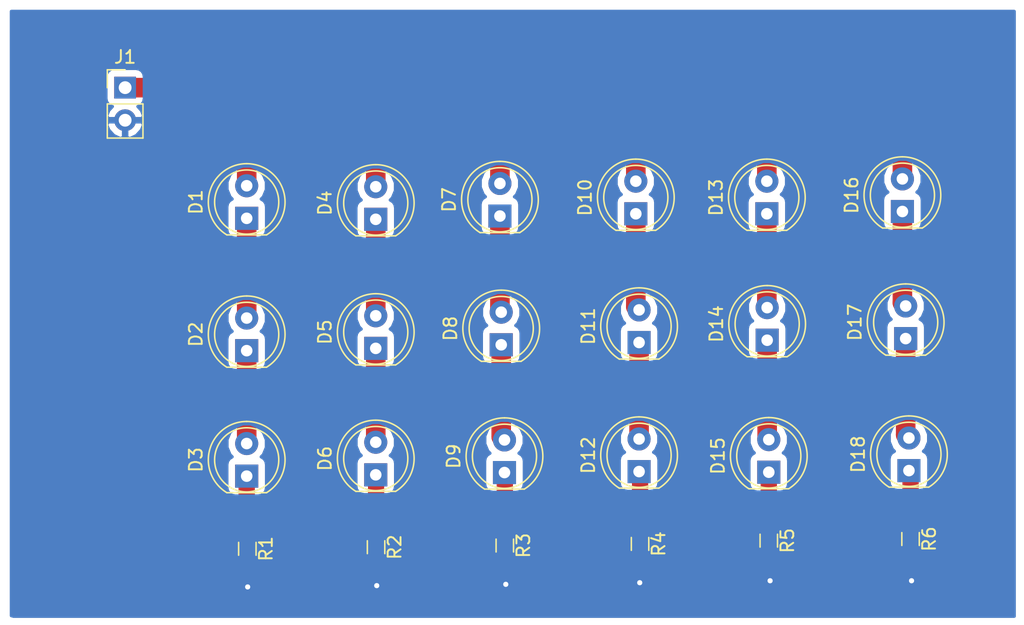
<source format=kicad_pcb>
(kicad_pcb (version 4) (host pcbnew 4.0.5)

  (general
    (links 30)
    (no_connects 0)
    (area 137.059999 93.498999 216.889001 142.213001)
    (thickness 1.6)
    (drawings 4)
    (tracks 72)
    (zones 0)
    (modules 25)
    (nets 21)
  )

  (page A4)
  (layers
    (0 F.Cu signal)
    (31 B.Cu signal)
    (32 B.Adhes user)
    (33 F.Adhes user)
    (34 B.Paste user)
    (35 F.Paste user)
    (36 B.SilkS user)
    (37 F.SilkS user)
    (38 B.Mask user)
    (39 F.Mask user)
    (40 Dwgs.User user)
    (41 Cmts.User user)
    (42 Eco1.User user)
    (43 Eco2.User user)
    (44 Edge.Cuts user)
    (45 Margin user)
    (46 B.CrtYd user)
    (47 F.CrtYd user)
    (48 B.Fab user)
    (49 F.Fab user)
  )

  (setup
    (last_trace_width 0.25)
    (user_trace_width 0.762)
    (user_trace_width 1.016)
    (user_trace_width 1.27)
    (user_trace_width 1.524)
    (trace_clearance 0.2)
    (zone_clearance 0.508)
    (zone_45_only no)
    (trace_min 0.2)
    (segment_width 0.2)
    (edge_width 0.15)
    (via_size 0.6)
    (via_drill 0.4)
    (via_min_size 0.4)
    (via_min_drill 0.3)
    (uvia_size 0.3)
    (uvia_drill 0.1)
    (uvias_allowed no)
    (uvia_min_size 0.2)
    (uvia_min_drill 0.1)
    (pcb_text_width 0.3)
    (pcb_text_size 1.5 1.5)
    (mod_edge_width 0.15)
    (mod_text_size 1 1)
    (mod_text_width 0.15)
    (pad_size 1.524 1.524)
    (pad_drill 0.762)
    (pad_to_mask_clearance 0.2)
    (aux_axis_origin 0 0)
    (visible_elements FFFFFF7F)
    (pcbplotparams
      (layerselection 0x02030_80000001)
      (usegerberextensions false)
      (excludeedgelayer true)
      (linewidth 0.100000)
      (plotframeref false)
      (viasonmask false)
      (mode 1)
      (useauxorigin false)
      (hpglpennumber 1)
      (hpglpenspeed 20)
      (hpglpendiameter 15)
      (hpglpenoverlay 2)
      (psnegative false)
      (psa4output false)
      (plotreference true)
      (plotvalue true)
      (plotinvisibletext false)
      (padsonsilk false)
      (subtractmaskfromsilk false)
      (outputformat 1)
      (mirror false)
      (drillshape 0)
      (scaleselection 1)
      (outputdirectory ""))
  )

  (net 0 "")
  (net 1 "Net-(D1-Pad1)")
  (net 2 "Net-(D1-Pad2)")
  (net 3 "Net-(D2-Pad1)")
  (net 4 "Net-(D3-Pad1)")
  (net 5 "Net-(D4-Pad1)")
  (net 6 "Net-(D5-Pad1)")
  (net 7 "Net-(D6-Pad1)")
  (net 8 "Net-(D7-Pad1)")
  (net 9 "Net-(D8-Pad1)")
  (net 10 "Net-(D9-Pad1)")
  (net 11 "Net-(D10-Pad1)")
  (net 12 "Net-(D11-Pad1)")
  (net 13 "Net-(D12-Pad1)")
  (net 14 "Net-(D13-Pad1)")
  (net 15 "Net-(D14-Pad1)")
  (net 16 "Net-(D15-Pad1)")
  (net 17 "Net-(D16-Pad1)")
  (net 18 "Net-(D17-Pad1)")
  (net 19 "Net-(D18-Pad1)")
  (net 20 GND)

  (net_class Default "This is the default net class."
    (clearance 0.2)
    (trace_width 0.25)
    (via_dia 0.6)
    (via_drill 0.4)
    (uvia_dia 0.3)
    (uvia_drill 0.1)
    (add_net GND)
    (add_net "Net-(D1-Pad1)")
    (add_net "Net-(D1-Pad2)")
    (add_net "Net-(D10-Pad1)")
    (add_net "Net-(D11-Pad1)")
    (add_net "Net-(D12-Pad1)")
    (add_net "Net-(D13-Pad1)")
    (add_net "Net-(D14-Pad1)")
    (add_net "Net-(D15-Pad1)")
    (add_net "Net-(D16-Pad1)")
    (add_net "Net-(D17-Pad1)")
    (add_net "Net-(D18-Pad1)")
    (add_net "Net-(D2-Pad1)")
    (add_net "Net-(D3-Pad1)")
    (add_net "Net-(D4-Pad1)")
    (add_net "Net-(D5-Pad1)")
    (add_net "Net-(D6-Pad1)")
    (add_net "Net-(D7-Pad1)")
    (add_net "Net-(D8-Pad1)")
    (add_net "Net-(D9-Pad1)")
  )

  (module LEDs:LED_D5.0mm (layer F.Cu) (tedit 587A3A7B) (tstamp 58BD1479)
    (at 156.2862 110.5154 90)
    (descr "LED, diameter 5.0mm, 2 pins, http://cdn-reichelt.de/documents/datenblatt/A500/LL-504BC2E-009.pdf")
    (tags "LED diameter 5.0mm 2 pins")
    (path /58BD0F84)
    (fp_text reference D1 (at 1.27 -3.96 90) (layer F.SilkS)
      (effects (font (size 1 1) (thickness 0.15)))
    )
    (fp_text value LED (at 1.27 3.96 90) (layer F.Fab)
      (effects (font (size 1 1) (thickness 0.15)))
    )
    (fp_arc (start 1.27 0) (end -1.23 -1.469694) (angle 299.1) (layer F.Fab) (width 0.1))
    (fp_arc (start 1.27 0) (end -1.29 -1.54483) (angle 148.9) (layer F.SilkS) (width 0.12))
    (fp_arc (start 1.27 0) (end -1.29 1.54483) (angle -148.9) (layer F.SilkS) (width 0.12))
    (fp_circle (center 1.27 0) (end 3.77 0) (layer F.Fab) (width 0.1))
    (fp_circle (center 1.27 0) (end 3.77 0) (layer F.SilkS) (width 0.12))
    (fp_line (start -1.23 -1.469694) (end -1.23 1.469694) (layer F.Fab) (width 0.1))
    (fp_line (start -1.29 -1.545) (end -1.29 1.545) (layer F.SilkS) (width 0.12))
    (fp_line (start -1.95 -3.25) (end -1.95 3.25) (layer F.CrtYd) (width 0.05))
    (fp_line (start -1.95 3.25) (end 4.5 3.25) (layer F.CrtYd) (width 0.05))
    (fp_line (start 4.5 3.25) (end 4.5 -3.25) (layer F.CrtYd) (width 0.05))
    (fp_line (start 4.5 -3.25) (end -1.95 -3.25) (layer F.CrtYd) (width 0.05))
    (pad 1 thru_hole rect (at 0 0 90) (size 1.8 1.8) (drill 0.9) (layers *.Cu *.Mask)
      (net 1 "Net-(D1-Pad1)"))
    (pad 2 thru_hole circle (at 2.54 0 90) (size 1.8 1.8) (drill 0.9) (layers *.Cu *.Mask)
      (net 2 "Net-(D1-Pad2)"))
    (model LEDs.3dshapes/LED_D5.0mm.wrl
      (at (xyz 0 0 0))
      (scale (xyz 0.393701 0.393701 0.393701))
      (rotate (xyz 0 0 0))
    )
  )

  (module LEDs:LED_D5.0mm (layer F.Cu) (tedit 587A3A7B) (tstamp 58BD147F)
    (at 156.2862 120.8278 90)
    (descr "LED, diameter 5.0mm, 2 pins, http://cdn-reichelt.de/documents/datenblatt/A500/LL-504BC2E-009.pdf")
    (tags "LED diameter 5.0mm 2 pins")
    (path /58BD0FAA)
    (fp_text reference D2 (at 1.27 -3.96 90) (layer F.SilkS)
      (effects (font (size 1 1) (thickness 0.15)))
    )
    (fp_text value LED (at 1.27 3.96 90) (layer F.Fab)
      (effects (font (size 1 1) (thickness 0.15)))
    )
    (fp_arc (start 1.27 0) (end -1.23 -1.469694) (angle 299.1) (layer F.Fab) (width 0.1))
    (fp_arc (start 1.27 0) (end -1.29 -1.54483) (angle 148.9) (layer F.SilkS) (width 0.12))
    (fp_arc (start 1.27 0) (end -1.29 1.54483) (angle -148.9) (layer F.SilkS) (width 0.12))
    (fp_circle (center 1.27 0) (end 3.77 0) (layer F.Fab) (width 0.1))
    (fp_circle (center 1.27 0) (end 3.77 0) (layer F.SilkS) (width 0.12))
    (fp_line (start -1.23 -1.469694) (end -1.23 1.469694) (layer F.Fab) (width 0.1))
    (fp_line (start -1.29 -1.545) (end -1.29 1.545) (layer F.SilkS) (width 0.12))
    (fp_line (start -1.95 -3.25) (end -1.95 3.25) (layer F.CrtYd) (width 0.05))
    (fp_line (start -1.95 3.25) (end 4.5 3.25) (layer F.CrtYd) (width 0.05))
    (fp_line (start 4.5 3.25) (end 4.5 -3.25) (layer F.CrtYd) (width 0.05))
    (fp_line (start 4.5 -3.25) (end -1.95 -3.25) (layer F.CrtYd) (width 0.05))
    (pad 1 thru_hole rect (at 0 0 90) (size 1.8 1.8) (drill 0.9) (layers *.Cu *.Mask)
      (net 3 "Net-(D2-Pad1)"))
    (pad 2 thru_hole circle (at 2.54 0 90) (size 1.8 1.8) (drill 0.9) (layers *.Cu *.Mask)
      (net 1 "Net-(D1-Pad1)"))
    (model LEDs.3dshapes/LED_D5.0mm.wrl
      (at (xyz 0 0 0))
      (scale (xyz 0.393701 0.393701 0.393701))
      (rotate (xyz 0 0 0))
    )
  )

  (module LEDs:LED_D5.0mm (layer F.Cu) (tedit 587A3A7B) (tstamp 58BD1485)
    (at 156.2862 130.6068 90)
    (descr "LED, diameter 5.0mm, 2 pins, http://cdn-reichelt.de/documents/datenblatt/A500/LL-504BC2E-009.pdf")
    (tags "LED diameter 5.0mm 2 pins")
    (path /58BD0FE2)
    (fp_text reference D3 (at 1.27 -3.96 90) (layer F.SilkS)
      (effects (font (size 1 1) (thickness 0.15)))
    )
    (fp_text value LED (at 1.27 3.96 90) (layer F.Fab)
      (effects (font (size 1 1) (thickness 0.15)))
    )
    (fp_arc (start 1.27 0) (end -1.23 -1.469694) (angle 299.1) (layer F.Fab) (width 0.1))
    (fp_arc (start 1.27 0) (end -1.29 -1.54483) (angle 148.9) (layer F.SilkS) (width 0.12))
    (fp_arc (start 1.27 0) (end -1.29 1.54483) (angle -148.9) (layer F.SilkS) (width 0.12))
    (fp_circle (center 1.27 0) (end 3.77 0) (layer F.Fab) (width 0.1))
    (fp_circle (center 1.27 0) (end 3.77 0) (layer F.SilkS) (width 0.12))
    (fp_line (start -1.23 -1.469694) (end -1.23 1.469694) (layer F.Fab) (width 0.1))
    (fp_line (start -1.29 -1.545) (end -1.29 1.545) (layer F.SilkS) (width 0.12))
    (fp_line (start -1.95 -3.25) (end -1.95 3.25) (layer F.CrtYd) (width 0.05))
    (fp_line (start -1.95 3.25) (end 4.5 3.25) (layer F.CrtYd) (width 0.05))
    (fp_line (start 4.5 3.25) (end 4.5 -3.25) (layer F.CrtYd) (width 0.05))
    (fp_line (start 4.5 -3.25) (end -1.95 -3.25) (layer F.CrtYd) (width 0.05))
    (pad 1 thru_hole rect (at 0 0 90) (size 1.8 1.8) (drill 0.9) (layers *.Cu *.Mask)
      (net 4 "Net-(D3-Pad1)"))
    (pad 2 thru_hole circle (at 2.54 0 90) (size 1.8 1.8) (drill 0.9) (layers *.Cu *.Mask)
      (net 3 "Net-(D2-Pad1)"))
    (model LEDs.3dshapes/LED_D5.0mm.wrl
      (at (xyz 0 0 0))
      (scale (xyz 0.393701 0.393701 0.393701))
      (rotate (xyz 0 0 0))
    )
  )

  (module LEDs:LED_D5.0mm (layer F.Cu) (tedit 587A3A7B) (tstamp 58BD148B)
    (at 166.3446 110.5916 90)
    (descr "LED, diameter 5.0mm, 2 pins, http://cdn-reichelt.de/documents/datenblatt/A500/LL-504BC2E-009.pdf")
    (tags "LED diameter 5.0mm 2 pins")
    (path /58BD1044)
    (fp_text reference D4 (at 1.27 -3.96 90) (layer F.SilkS)
      (effects (font (size 1 1) (thickness 0.15)))
    )
    (fp_text value LED (at 1.27 3.96 90) (layer F.Fab)
      (effects (font (size 1 1) (thickness 0.15)))
    )
    (fp_arc (start 1.27 0) (end -1.23 -1.469694) (angle 299.1) (layer F.Fab) (width 0.1))
    (fp_arc (start 1.27 0) (end -1.29 -1.54483) (angle 148.9) (layer F.SilkS) (width 0.12))
    (fp_arc (start 1.27 0) (end -1.29 1.54483) (angle -148.9) (layer F.SilkS) (width 0.12))
    (fp_circle (center 1.27 0) (end 3.77 0) (layer F.Fab) (width 0.1))
    (fp_circle (center 1.27 0) (end 3.77 0) (layer F.SilkS) (width 0.12))
    (fp_line (start -1.23 -1.469694) (end -1.23 1.469694) (layer F.Fab) (width 0.1))
    (fp_line (start -1.29 -1.545) (end -1.29 1.545) (layer F.SilkS) (width 0.12))
    (fp_line (start -1.95 -3.25) (end -1.95 3.25) (layer F.CrtYd) (width 0.05))
    (fp_line (start -1.95 3.25) (end 4.5 3.25) (layer F.CrtYd) (width 0.05))
    (fp_line (start 4.5 3.25) (end 4.5 -3.25) (layer F.CrtYd) (width 0.05))
    (fp_line (start 4.5 -3.25) (end -1.95 -3.25) (layer F.CrtYd) (width 0.05))
    (pad 1 thru_hole rect (at 0 0 90) (size 1.8 1.8) (drill 0.9) (layers *.Cu *.Mask)
      (net 5 "Net-(D4-Pad1)"))
    (pad 2 thru_hole circle (at 2.54 0 90) (size 1.8 1.8) (drill 0.9) (layers *.Cu *.Mask)
      (net 2 "Net-(D1-Pad2)"))
    (model LEDs.3dshapes/LED_D5.0mm.wrl
      (at (xyz 0 0 0))
      (scale (xyz 0.393701 0.393701 0.393701))
      (rotate (xyz 0 0 0))
    )
  )

  (module LEDs:LED_D5.0mm (layer F.Cu) (tedit 587A3A7B) (tstamp 58BD1491)
    (at 166.3446 120.65 90)
    (descr "LED, diameter 5.0mm, 2 pins, http://cdn-reichelt.de/documents/datenblatt/A500/LL-504BC2E-009.pdf")
    (tags "LED diameter 5.0mm 2 pins")
    (path /58BD1127)
    (fp_text reference D5 (at 1.27 -3.96 90) (layer F.SilkS)
      (effects (font (size 1 1) (thickness 0.15)))
    )
    (fp_text value LED (at 1.27 3.96 90) (layer F.Fab)
      (effects (font (size 1 1) (thickness 0.15)))
    )
    (fp_arc (start 1.27 0) (end -1.23 -1.469694) (angle 299.1) (layer F.Fab) (width 0.1))
    (fp_arc (start 1.27 0) (end -1.29 -1.54483) (angle 148.9) (layer F.SilkS) (width 0.12))
    (fp_arc (start 1.27 0) (end -1.29 1.54483) (angle -148.9) (layer F.SilkS) (width 0.12))
    (fp_circle (center 1.27 0) (end 3.77 0) (layer F.Fab) (width 0.1))
    (fp_circle (center 1.27 0) (end 3.77 0) (layer F.SilkS) (width 0.12))
    (fp_line (start -1.23 -1.469694) (end -1.23 1.469694) (layer F.Fab) (width 0.1))
    (fp_line (start -1.29 -1.545) (end -1.29 1.545) (layer F.SilkS) (width 0.12))
    (fp_line (start -1.95 -3.25) (end -1.95 3.25) (layer F.CrtYd) (width 0.05))
    (fp_line (start -1.95 3.25) (end 4.5 3.25) (layer F.CrtYd) (width 0.05))
    (fp_line (start 4.5 3.25) (end 4.5 -3.25) (layer F.CrtYd) (width 0.05))
    (fp_line (start 4.5 -3.25) (end -1.95 -3.25) (layer F.CrtYd) (width 0.05))
    (pad 1 thru_hole rect (at 0 0 90) (size 1.8 1.8) (drill 0.9) (layers *.Cu *.Mask)
      (net 6 "Net-(D5-Pad1)"))
    (pad 2 thru_hole circle (at 2.54 0 90) (size 1.8 1.8) (drill 0.9) (layers *.Cu *.Mask)
      (net 5 "Net-(D4-Pad1)"))
    (model LEDs.3dshapes/LED_D5.0mm.wrl
      (at (xyz 0 0 0))
      (scale (xyz 0.393701 0.393701 0.393701))
      (rotate (xyz 0 0 0))
    )
  )

  (module LEDs:LED_D5.0mm (layer F.Cu) (tedit 587A3A7B) (tstamp 58BD1497)
    (at 166.3446 130.5052 90)
    (descr "LED, diameter 5.0mm, 2 pins, http://cdn-reichelt.de/documents/datenblatt/A500/LL-504BC2E-009.pdf")
    (tags "LED diameter 5.0mm 2 pins")
    (path /58BD10F0)
    (fp_text reference D6 (at 1.27 -3.96 90) (layer F.SilkS)
      (effects (font (size 1 1) (thickness 0.15)))
    )
    (fp_text value LED (at 1.27 3.96 90) (layer F.Fab)
      (effects (font (size 1 1) (thickness 0.15)))
    )
    (fp_arc (start 1.27 0) (end -1.23 -1.469694) (angle 299.1) (layer F.Fab) (width 0.1))
    (fp_arc (start 1.27 0) (end -1.29 -1.54483) (angle 148.9) (layer F.SilkS) (width 0.12))
    (fp_arc (start 1.27 0) (end -1.29 1.54483) (angle -148.9) (layer F.SilkS) (width 0.12))
    (fp_circle (center 1.27 0) (end 3.77 0) (layer F.Fab) (width 0.1))
    (fp_circle (center 1.27 0) (end 3.77 0) (layer F.SilkS) (width 0.12))
    (fp_line (start -1.23 -1.469694) (end -1.23 1.469694) (layer F.Fab) (width 0.1))
    (fp_line (start -1.29 -1.545) (end -1.29 1.545) (layer F.SilkS) (width 0.12))
    (fp_line (start -1.95 -3.25) (end -1.95 3.25) (layer F.CrtYd) (width 0.05))
    (fp_line (start -1.95 3.25) (end 4.5 3.25) (layer F.CrtYd) (width 0.05))
    (fp_line (start 4.5 3.25) (end 4.5 -3.25) (layer F.CrtYd) (width 0.05))
    (fp_line (start 4.5 -3.25) (end -1.95 -3.25) (layer F.CrtYd) (width 0.05))
    (pad 1 thru_hole rect (at 0 0 90) (size 1.8 1.8) (drill 0.9) (layers *.Cu *.Mask)
      (net 7 "Net-(D6-Pad1)"))
    (pad 2 thru_hole circle (at 2.54 0 90) (size 1.8 1.8) (drill 0.9) (layers *.Cu *.Mask)
      (net 6 "Net-(D5-Pad1)"))
    (model LEDs.3dshapes/LED_D5.0mm.wrl
      (at (xyz 0 0 0))
      (scale (xyz 0.393701 0.393701 0.393701))
      (rotate (xyz 0 0 0))
    )
  )

  (module LEDs:LED_D5.0mm (layer F.Cu) (tedit 587A3A7B) (tstamp 58BD149D)
    (at 176.022 110.3376 90)
    (descr "LED, diameter 5.0mm, 2 pins, http://cdn-reichelt.de/documents/datenblatt/A500/LL-504BC2E-009.pdf")
    (tags "LED diameter 5.0mm 2 pins")
    (path /58BD1086)
    (fp_text reference D7 (at 1.27 -3.96 90) (layer F.SilkS)
      (effects (font (size 1 1) (thickness 0.15)))
    )
    (fp_text value LED (at 1.27 3.96 90) (layer F.Fab)
      (effects (font (size 1 1) (thickness 0.15)))
    )
    (fp_arc (start 1.27 0) (end -1.23 -1.469694) (angle 299.1) (layer F.Fab) (width 0.1))
    (fp_arc (start 1.27 0) (end -1.29 -1.54483) (angle 148.9) (layer F.SilkS) (width 0.12))
    (fp_arc (start 1.27 0) (end -1.29 1.54483) (angle -148.9) (layer F.SilkS) (width 0.12))
    (fp_circle (center 1.27 0) (end 3.77 0) (layer F.Fab) (width 0.1))
    (fp_circle (center 1.27 0) (end 3.77 0) (layer F.SilkS) (width 0.12))
    (fp_line (start -1.23 -1.469694) (end -1.23 1.469694) (layer F.Fab) (width 0.1))
    (fp_line (start -1.29 -1.545) (end -1.29 1.545) (layer F.SilkS) (width 0.12))
    (fp_line (start -1.95 -3.25) (end -1.95 3.25) (layer F.CrtYd) (width 0.05))
    (fp_line (start -1.95 3.25) (end 4.5 3.25) (layer F.CrtYd) (width 0.05))
    (fp_line (start 4.5 3.25) (end 4.5 -3.25) (layer F.CrtYd) (width 0.05))
    (fp_line (start 4.5 -3.25) (end -1.95 -3.25) (layer F.CrtYd) (width 0.05))
    (pad 1 thru_hole rect (at 0 0 90) (size 1.8 1.8) (drill 0.9) (layers *.Cu *.Mask)
      (net 8 "Net-(D7-Pad1)"))
    (pad 2 thru_hole circle (at 2.54 0 90) (size 1.8 1.8) (drill 0.9) (layers *.Cu *.Mask)
      (net 2 "Net-(D1-Pad2)"))
    (model LEDs.3dshapes/LED_D5.0mm.wrl
      (at (xyz 0 0 0))
      (scale (xyz 0.393701 0.393701 0.393701))
      (rotate (xyz 0 0 0))
    )
  )

  (module LEDs:LED_D5.0mm (layer F.Cu) (tedit 587A3A7B) (tstamp 58BD14A3)
    (at 176.1236 120.3706 90)
    (descr "LED, diameter 5.0mm, 2 pins, http://cdn-reichelt.de/documents/datenblatt/A500/LL-504BC2E-009.pdf")
    (tags "LED diameter 5.0mm 2 pins")
    (path /58BD10B8)
    (fp_text reference D8 (at 1.27 -3.96 90) (layer F.SilkS)
      (effects (font (size 1 1) (thickness 0.15)))
    )
    (fp_text value LED (at 1.27 3.96 90) (layer F.Fab)
      (effects (font (size 1 1) (thickness 0.15)))
    )
    (fp_arc (start 1.27 0) (end -1.23 -1.469694) (angle 299.1) (layer F.Fab) (width 0.1))
    (fp_arc (start 1.27 0) (end -1.29 -1.54483) (angle 148.9) (layer F.SilkS) (width 0.12))
    (fp_arc (start 1.27 0) (end -1.29 1.54483) (angle -148.9) (layer F.SilkS) (width 0.12))
    (fp_circle (center 1.27 0) (end 3.77 0) (layer F.Fab) (width 0.1))
    (fp_circle (center 1.27 0) (end 3.77 0) (layer F.SilkS) (width 0.12))
    (fp_line (start -1.23 -1.469694) (end -1.23 1.469694) (layer F.Fab) (width 0.1))
    (fp_line (start -1.29 -1.545) (end -1.29 1.545) (layer F.SilkS) (width 0.12))
    (fp_line (start -1.95 -3.25) (end -1.95 3.25) (layer F.CrtYd) (width 0.05))
    (fp_line (start -1.95 3.25) (end 4.5 3.25) (layer F.CrtYd) (width 0.05))
    (fp_line (start 4.5 3.25) (end 4.5 -3.25) (layer F.CrtYd) (width 0.05))
    (fp_line (start 4.5 -3.25) (end -1.95 -3.25) (layer F.CrtYd) (width 0.05))
    (pad 1 thru_hole rect (at 0 0 90) (size 1.8 1.8) (drill 0.9) (layers *.Cu *.Mask)
      (net 9 "Net-(D8-Pad1)"))
    (pad 2 thru_hole circle (at 2.54 0 90) (size 1.8 1.8) (drill 0.9) (layers *.Cu *.Mask)
      (net 8 "Net-(D7-Pad1)"))
    (model LEDs.3dshapes/LED_D5.0mm.wrl
      (at (xyz 0 0 0))
      (scale (xyz 0.393701 0.393701 0.393701))
      (rotate (xyz 0 0 0))
    )
  )

  (module LEDs:LED_D5.0mm (layer F.Cu) (tedit 587A3A7B) (tstamp 58BD14A9)
    (at 176.3776 130.3274 90)
    (descr "LED, diameter 5.0mm, 2 pins, http://cdn-reichelt.de/documents/datenblatt/A500/LL-504BC2E-009.pdf")
    (tags "LED diameter 5.0mm 2 pins")
    (path /58BD11A2)
    (fp_text reference D9 (at 1.27 -3.96 90) (layer F.SilkS)
      (effects (font (size 1 1) (thickness 0.15)))
    )
    (fp_text value LED (at 1.27 3.96 90) (layer F.Fab)
      (effects (font (size 1 1) (thickness 0.15)))
    )
    (fp_arc (start 1.27 0) (end -1.23 -1.469694) (angle 299.1) (layer F.Fab) (width 0.1))
    (fp_arc (start 1.27 0) (end -1.29 -1.54483) (angle 148.9) (layer F.SilkS) (width 0.12))
    (fp_arc (start 1.27 0) (end -1.29 1.54483) (angle -148.9) (layer F.SilkS) (width 0.12))
    (fp_circle (center 1.27 0) (end 3.77 0) (layer F.Fab) (width 0.1))
    (fp_circle (center 1.27 0) (end 3.77 0) (layer F.SilkS) (width 0.12))
    (fp_line (start -1.23 -1.469694) (end -1.23 1.469694) (layer F.Fab) (width 0.1))
    (fp_line (start -1.29 -1.545) (end -1.29 1.545) (layer F.SilkS) (width 0.12))
    (fp_line (start -1.95 -3.25) (end -1.95 3.25) (layer F.CrtYd) (width 0.05))
    (fp_line (start -1.95 3.25) (end 4.5 3.25) (layer F.CrtYd) (width 0.05))
    (fp_line (start 4.5 3.25) (end 4.5 -3.25) (layer F.CrtYd) (width 0.05))
    (fp_line (start 4.5 -3.25) (end -1.95 -3.25) (layer F.CrtYd) (width 0.05))
    (pad 1 thru_hole rect (at 0 0 90) (size 1.8 1.8) (drill 0.9) (layers *.Cu *.Mask)
      (net 10 "Net-(D9-Pad1)"))
    (pad 2 thru_hole circle (at 2.54 0 90) (size 1.8 1.8) (drill 0.9) (layers *.Cu *.Mask)
      (net 9 "Net-(D8-Pad1)"))
    (model LEDs.3dshapes/LED_D5.0mm.wrl
      (at (xyz 0 0 0))
      (scale (xyz 0.393701 0.393701 0.393701))
      (rotate (xyz 0 0 0))
    )
  )

  (module LEDs:LED_D5.0mm (layer F.Cu) (tedit 587A3A7B) (tstamp 58BD14AF)
    (at 186.6138 110.1598 90)
    (descr "LED, diameter 5.0mm, 2 pins, http://cdn-reichelt.de/documents/datenblatt/A500/LL-504BC2E-009.pdf")
    (tags "LED diameter 5.0mm 2 pins")
    (path /58BD1015)
    (fp_text reference D10 (at 1.27 -3.96 90) (layer F.SilkS)
      (effects (font (size 1 1) (thickness 0.15)))
    )
    (fp_text value LED (at 1.27 3.96 90) (layer F.Fab)
      (effects (font (size 1 1) (thickness 0.15)))
    )
    (fp_arc (start 1.27 0) (end -1.23 -1.469694) (angle 299.1) (layer F.Fab) (width 0.1))
    (fp_arc (start 1.27 0) (end -1.29 -1.54483) (angle 148.9) (layer F.SilkS) (width 0.12))
    (fp_arc (start 1.27 0) (end -1.29 1.54483) (angle -148.9) (layer F.SilkS) (width 0.12))
    (fp_circle (center 1.27 0) (end 3.77 0) (layer F.Fab) (width 0.1))
    (fp_circle (center 1.27 0) (end 3.77 0) (layer F.SilkS) (width 0.12))
    (fp_line (start -1.23 -1.469694) (end -1.23 1.469694) (layer F.Fab) (width 0.1))
    (fp_line (start -1.29 -1.545) (end -1.29 1.545) (layer F.SilkS) (width 0.12))
    (fp_line (start -1.95 -3.25) (end -1.95 3.25) (layer F.CrtYd) (width 0.05))
    (fp_line (start -1.95 3.25) (end 4.5 3.25) (layer F.CrtYd) (width 0.05))
    (fp_line (start 4.5 3.25) (end 4.5 -3.25) (layer F.CrtYd) (width 0.05))
    (fp_line (start 4.5 -3.25) (end -1.95 -3.25) (layer F.CrtYd) (width 0.05))
    (pad 1 thru_hole rect (at 0 0 90) (size 1.8 1.8) (drill 0.9) (layers *.Cu *.Mask)
      (net 11 "Net-(D10-Pad1)"))
    (pad 2 thru_hole circle (at 2.54 0 90) (size 1.8 1.8) (drill 0.9) (layers *.Cu *.Mask)
      (net 2 "Net-(D1-Pad2)"))
    (model LEDs.3dshapes/LED_D5.0mm.wrl
      (at (xyz 0 0 0))
      (scale (xyz 0.393701 0.393701 0.393701))
      (rotate (xyz 0 0 0))
    )
  )

  (module LEDs:LED_D5.0mm (layer F.Cu) (tedit 587A3A7B) (tstamp 58BD14B5)
    (at 186.8678 120.1928 90)
    (descr "LED, diameter 5.0mm, 2 pins, http://cdn-reichelt.de/documents/datenblatt/A500/LL-504BC2E-009.pdf")
    (tags "LED diameter 5.0mm 2 pins")
    (path /58BD11E0)
    (fp_text reference D11 (at 1.27 -3.96 90) (layer F.SilkS)
      (effects (font (size 1 1) (thickness 0.15)))
    )
    (fp_text value LED (at 1.27 3.96 90) (layer F.Fab)
      (effects (font (size 1 1) (thickness 0.15)))
    )
    (fp_arc (start 1.27 0) (end -1.23 -1.469694) (angle 299.1) (layer F.Fab) (width 0.1))
    (fp_arc (start 1.27 0) (end -1.29 -1.54483) (angle 148.9) (layer F.SilkS) (width 0.12))
    (fp_arc (start 1.27 0) (end -1.29 1.54483) (angle -148.9) (layer F.SilkS) (width 0.12))
    (fp_circle (center 1.27 0) (end 3.77 0) (layer F.Fab) (width 0.1))
    (fp_circle (center 1.27 0) (end 3.77 0) (layer F.SilkS) (width 0.12))
    (fp_line (start -1.23 -1.469694) (end -1.23 1.469694) (layer F.Fab) (width 0.1))
    (fp_line (start -1.29 -1.545) (end -1.29 1.545) (layer F.SilkS) (width 0.12))
    (fp_line (start -1.95 -3.25) (end -1.95 3.25) (layer F.CrtYd) (width 0.05))
    (fp_line (start -1.95 3.25) (end 4.5 3.25) (layer F.CrtYd) (width 0.05))
    (fp_line (start 4.5 3.25) (end 4.5 -3.25) (layer F.CrtYd) (width 0.05))
    (fp_line (start 4.5 -3.25) (end -1.95 -3.25) (layer F.CrtYd) (width 0.05))
    (pad 1 thru_hole rect (at 0 0 90) (size 1.8 1.8) (drill 0.9) (layers *.Cu *.Mask)
      (net 12 "Net-(D11-Pad1)"))
    (pad 2 thru_hole circle (at 2.54 0 90) (size 1.8 1.8) (drill 0.9) (layers *.Cu *.Mask)
      (net 11 "Net-(D10-Pad1)"))
    (model LEDs.3dshapes/LED_D5.0mm.wrl
      (at (xyz 0 0 0))
      (scale (xyz 0.393701 0.393701 0.393701))
      (rotate (xyz 0 0 0))
    )
  )

  (module LEDs:LED_D5.0mm (layer F.Cu) (tedit 587A3A7B) (tstamp 58BD14BB)
    (at 186.8678 130.2512 90)
    (descr "LED, diameter 5.0mm, 2 pins, http://cdn-reichelt.de/documents/datenblatt/A500/LL-504BC2E-009.pdf")
    (tags "LED diameter 5.0mm 2 pins")
    (path /58BD1167)
    (fp_text reference D12 (at 1.27 -3.96 90) (layer F.SilkS)
      (effects (font (size 1 1) (thickness 0.15)))
    )
    (fp_text value LED (at 1.27 3.96 90) (layer F.Fab)
      (effects (font (size 1 1) (thickness 0.15)))
    )
    (fp_arc (start 1.27 0) (end -1.23 -1.469694) (angle 299.1) (layer F.Fab) (width 0.1))
    (fp_arc (start 1.27 0) (end -1.29 -1.54483) (angle 148.9) (layer F.SilkS) (width 0.12))
    (fp_arc (start 1.27 0) (end -1.29 1.54483) (angle -148.9) (layer F.SilkS) (width 0.12))
    (fp_circle (center 1.27 0) (end 3.77 0) (layer F.Fab) (width 0.1))
    (fp_circle (center 1.27 0) (end 3.77 0) (layer F.SilkS) (width 0.12))
    (fp_line (start -1.23 -1.469694) (end -1.23 1.469694) (layer F.Fab) (width 0.1))
    (fp_line (start -1.29 -1.545) (end -1.29 1.545) (layer F.SilkS) (width 0.12))
    (fp_line (start -1.95 -3.25) (end -1.95 3.25) (layer F.CrtYd) (width 0.05))
    (fp_line (start -1.95 3.25) (end 4.5 3.25) (layer F.CrtYd) (width 0.05))
    (fp_line (start 4.5 3.25) (end 4.5 -3.25) (layer F.CrtYd) (width 0.05))
    (fp_line (start 4.5 -3.25) (end -1.95 -3.25) (layer F.CrtYd) (width 0.05))
    (pad 1 thru_hole rect (at 0 0 90) (size 1.8 1.8) (drill 0.9) (layers *.Cu *.Mask)
      (net 13 "Net-(D12-Pad1)"))
    (pad 2 thru_hole circle (at 2.54 0 90) (size 1.8 1.8) (drill 0.9) (layers *.Cu *.Mask)
      (net 12 "Net-(D11-Pad1)"))
    (model LEDs.3dshapes/LED_D5.0mm.wrl
      (at (xyz 0 0 0))
      (scale (xyz 0.393701 0.393701 0.393701))
      (rotate (xyz 0 0 0))
    )
  )

  (module LEDs:LED_D5.0mm (layer F.Cu) (tedit 587A3A7B) (tstamp 58BD14C1)
    (at 196.8246 110.1598 90)
    (descr "LED, diameter 5.0mm, 2 pins, http://cdn-reichelt.de/documents/datenblatt/A500/LL-504BC2E-009.pdf")
    (tags "LED diameter 5.0mm 2 pins")
    (path /58BD23CF)
    (fp_text reference D13 (at 1.27 -3.96 90) (layer F.SilkS)
      (effects (font (size 1 1) (thickness 0.15)))
    )
    (fp_text value LED (at 1.27 3.96 90) (layer F.Fab)
      (effects (font (size 1 1) (thickness 0.15)))
    )
    (fp_arc (start 1.27 0) (end -1.23 -1.469694) (angle 299.1) (layer F.Fab) (width 0.1))
    (fp_arc (start 1.27 0) (end -1.29 -1.54483) (angle 148.9) (layer F.SilkS) (width 0.12))
    (fp_arc (start 1.27 0) (end -1.29 1.54483) (angle -148.9) (layer F.SilkS) (width 0.12))
    (fp_circle (center 1.27 0) (end 3.77 0) (layer F.Fab) (width 0.1))
    (fp_circle (center 1.27 0) (end 3.77 0) (layer F.SilkS) (width 0.12))
    (fp_line (start -1.23 -1.469694) (end -1.23 1.469694) (layer F.Fab) (width 0.1))
    (fp_line (start -1.29 -1.545) (end -1.29 1.545) (layer F.SilkS) (width 0.12))
    (fp_line (start -1.95 -3.25) (end -1.95 3.25) (layer F.CrtYd) (width 0.05))
    (fp_line (start -1.95 3.25) (end 4.5 3.25) (layer F.CrtYd) (width 0.05))
    (fp_line (start 4.5 3.25) (end 4.5 -3.25) (layer F.CrtYd) (width 0.05))
    (fp_line (start 4.5 -3.25) (end -1.95 -3.25) (layer F.CrtYd) (width 0.05))
    (pad 1 thru_hole rect (at 0 0 90) (size 1.8 1.8) (drill 0.9) (layers *.Cu *.Mask)
      (net 14 "Net-(D13-Pad1)"))
    (pad 2 thru_hole circle (at 2.54 0 90) (size 1.8 1.8) (drill 0.9) (layers *.Cu *.Mask)
      (net 2 "Net-(D1-Pad2)"))
    (model LEDs.3dshapes/LED_D5.0mm.wrl
      (at (xyz 0 0 0))
      (scale (xyz 0.393701 0.393701 0.393701))
      (rotate (xyz 0 0 0))
    )
  )

  (module LEDs:LED_D5.0mm (layer F.Cu) (tedit 587A3A7B) (tstamp 58BD14C7)
    (at 196.85 120.015 90)
    (descr "LED, diameter 5.0mm, 2 pins, http://cdn-reichelt.de/documents/datenblatt/A500/LL-504BC2E-009.pdf")
    (tags "LED diameter 5.0mm 2 pins")
    (path /58BD242B)
    (fp_text reference D14 (at 1.27 -3.96 90) (layer F.SilkS)
      (effects (font (size 1 1) (thickness 0.15)))
    )
    (fp_text value LED (at 1.27 3.96 90) (layer F.Fab)
      (effects (font (size 1 1) (thickness 0.15)))
    )
    (fp_arc (start 1.27 0) (end -1.23 -1.469694) (angle 299.1) (layer F.Fab) (width 0.1))
    (fp_arc (start 1.27 0) (end -1.29 -1.54483) (angle 148.9) (layer F.SilkS) (width 0.12))
    (fp_arc (start 1.27 0) (end -1.29 1.54483) (angle -148.9) (layer F.SilkS) (width 0.12))
    (fp_circle (center 1.27 0) (end 3.77 0) (layer F.Fab) (width 0.1))
    (fp_circle (center 1.27 0) (end 3.77 0) (layer F.SilkS) (width 0.12))
    (fp_line (start -1.23 -1.469694) (end -1.23 1.469694) (layer F.Fab) (width 0.1))
    (fp_line (start -1.29 -1.545) (end -1.29 1.545) (layer F.SilkS) (width 0.12))
    (fp_line (start -1.95 -3.25) (end -1.95 3.25) (layer F.CrtYd) (width 0.05))
    (fp_line (start -1.95 3.25) (end 4.5 3.25) (layer F.CrtYd) (width 0.05))
    (fp_line (start 4.5 3.25) (end 4.5 -3.25) (layer F.CrtYd) (width 0.05))
    (fp_line (start 4.5 -3.25) (end -1.95 -3.25) (layer F.CrtYd) (width 0.05))
    (pad 1 thru_hole rect (at 0 0 90) (size 1.8 1.8) (drill 0.9) (layers *.Cu *.Mask)
      (net 15 "Net-(D14-Pad1)"))
    (pad 2 thru_hole circle (at 2.54 0 90) (size 1.8 1.8) (drill 0.9) (layers *.Cu *.Mask)
      (net 14 "Net-(D13-Pad1)"))
    (model LEDs.3dshapes/LED_D5.0mm.wrl
      (at (xyz 0 0 0))
      (scale (xyz 0.393701 0.393701 0.393701))
      (rotate (xyz 0 0 0))
    )
  )

  (module LEDs:LED_D5.0mm (layer F.Cu) (tedit 587A3A7B) (tstamp 58BD14CD)
    (at 196.977 130.302 90)
    (descr "LED, diameter 5.0mm, 2 pins, http://cdn-reichelt.de/documents/datenblatt/A500/LL-504BC2E-009.pdf")
    (tags "LED diameter 5.0mm 2 pins")
    (path /58BD2484)
    (fp_text reference D15 (at 1.27 -3.96 90) (layer F.SilkS)
      (effects (font (size 1 1) (thickness 0.15)))
    )
    (fp_text value LED (at 1.27 3.96 90) (layer F.Fab)
      (effects (font (size 1 1) (thickness 0.15)))
    )
    (fp_arc (start 1.27 0) (end -1.23 -1.469694) (angle 299.1) (layer F.Fab) (width 0.1))
    (fp_arc (start 1.27 0) (end -1.29 -1.54483) (angle 148.9) (layer F.SilkS) (width 0.12))
    (fp_arc (start 1.27 0) (end -1.29 1.54483) (angle -148.9) (layer F.SilkS) (width 0.12))
    (fp_circle (center 1.27 0) (end 3.77 0) (layer F.Fab) (width 0.1))
    (fp_circle (center 1.27 0) (end 3.77 0) (layer F.SilkS) (width 0.12))
    (fp_line (start -1.23 -1.469694) (end -1.23 1.469694) (layer F.Fab) (width 0.1))
    (fp_line (start -1.29 -1.545) (end -1.29 1.545) (layer F.SilkS) (width 0.12))
    (fp_line (start -1.95 -3.25) (end -1.95 3.25) (layer F.CrtYd) (width 0.05))
    (fp_line (start -1.95 3.25) (end 4.5 3.25) (layer F.CrtYd) (width 0.05))
    (fp_line (start 4.5 3.25) (end 4.5 -3.25) (layer F.CrtYd) (width 0.05))
    (fp_line (start 4.5 -3.25) (end -1.95 -3.25) (layer F.CrtYd) (width 0.05))
    (pad 1 thru_hole rect (at 0 0 90) (size 1.8 1.8) (drill 0.9) (layers *.Cu *.Mask)
      (net 16 "Net-(D15-Pad1)"))
    (pad 2 thru_hole circle (at 2.54 0 90) (size 1.8 1.8) (drill 0.9) (layers *.Cu *.Mask)
      (net 15 "Net-(D14-Pad1)"))
    (model LEDs.3dshapes/LED_D5.0mm.wrl
      (at (xyz 0 0 0))
      (scale (xyz 0.393701 0.393701 0.393701))
      (rotate (xyz 0 0 0))
    )
  )

  (module LEDs:LED_D5.0mm (layer F.Cu) (tedit 587A3A7B) (tstamp 58BD14D3)
    (at 207.391 109.982 90)
    (descr "LED, diameter 5.0mm, 2 pins, http://cdn-reichelt.de/documents/datenblatt/A500/LL-504BC2E-009.pdf")
    (tags "LED diameter 5.0mm 2 pins")
    (path /58BD1224)
    (fp_text reference D16 (at 1.27 -3.96 90) (layer F.SilkS)
      (effects (font (size 1 1) (thickness 0.15)))
    )
    (fp_text value LED (at 1.27 3.96 90) (layer F.Fab)
      (effects (font (size 1 1) (thickness 0.15)))
    )
    (fp_arc (start 1.27 0) (end -1.23 -1.469694) (angle 299.1) (layer F.Fab) (width 0.1))
    (fp_arc (start 1.27 0) (end -1.29 -1.54483) (angle 148.9) (layer F.SilkS) (width 0.12))
    (fp_arc (start 1.27 0) (end -1.29 1.54483) (angle -148.9) (layer F.SilkS) (width 0.12))
    (fp_circle (center 1.27 0) (end 3.77 0) (layer F.Fab) (width 0.1))
    (fp_circle (center 1.27 0) (end 3.77 0) (layer F.SilkS) (width 0.12))
    (fp_line (start -1.23 -1.469694) (end -1.23 1.469694) (layer F.Fab) (width 0.1))
    (fp_line (start -1.29 -1.545) (end -1.29 1.545) (layer F.SilkS) (width 0.12))
    (fp_line (start -1.95 -3.25) (end -1.95 3.25) (layer F.CrtYd) (width 0.05))
    (fp_line (start -1.95 3.25) (end 4.5 3.25) (layer F.CrtYd) (width 0.05))
    (fp_line (start 4.5 3.25) (end 4.5 -3.25) (layer F.CrtYd) (width 0.05))
    (fp_line (start 4.5 -3.25) (end -1.95 -3.25) (layer F.CrtYd) (width 0.05))
    (pad 1 thru_hole rect (at 0 0 90) (size 1.8 1.8) (drill 0.9) (layers *.Cu *.Mask)
      (net 17 "Net-(D16-Pad1)"))
    (pad 2 thru_hole circle (at 2.54 0 90) (size 1.8 1.8) (drill 0.9) (layers *.Cu *.Mask)
      (net 2 "Net-(D1-Pad2)"))
    (model LEDs.3dshapes/LED_D5.0mm.wrl
      (at (xyz 0 0 0))
      (scale (xyz 0.393701 0.393701 0.393701))
      (rotate (xyz 0 0 0))
    )
  )

  (module LEDs:LED_D5.0mm (layer F.Cu) (tedit 587A3A7B) (tstamp 58BD14D9)
    (at 207.645 119.888 90)
    (descr "LED, diameter 5.0mm, 2 pins, http://cdn-reichelt.de/documents/datenblatt/A500/LL-504BC2E-009.pdf")
    (tags "LED diameter 5.0mm 2 pins")
    (path /58BD1265)
    (fp_text reference D17 (at 1.27 -3.96 90) (layer F.SilkS)
      (effects (font (size 1 1) (thickness 0.15)))
    )
    (fp_text value LED (at 1.27 3.96 90) (layer F.Fab)
      (effects (font (size 1 1) (thickness 0.15)))
    )
    (fp_arc (start 1.27 0) (end -1.23 -1.469694) (angle 299.1) (layer F.Fab) (width 0.1))
    (fp_arc (start 1.27 0) (end -1.29 -1.54483) (angle 148.9) (layer F.SilkS) (width 0.12))
    (fp_arc (start 1.27 0) (end -1.29 1.54483) (angle -148.9) (layer F.SilkS) (width 0.12))
    (fp_circle (center 1.27 0) (end 3.77 0) (layer F.Fab) (width 0.1))
    (fp_circle (center 1.27 0) (end 3.77 0) (layer F.SilkS) (width 0.12))
    (fp_line (start -1.23 -1.469694) (end -1.23 1.469694) (layer F.Fab) (width 0.1))
    (fp_line (start -1.29 -1.545) (end -1.29 1.545) (layer F.SilkS) (width 0.12))
    (fp_line (start -1.95 -3.25) (end -1.95 3.25) (layer F.CrtYd) (width 0.05))
    (fp_line (start -1.95 3.25) (end 4.5 3.25) (layer F.CrtYd) (width 0.05))
    (fp_line (start 4.5 3.25) (end 4.5 -3.25) (layer F.CrtYd) (width 0.05))
    (fp_line (start 4.5 -3.25) (end -1.95 -3.25) (layer F.CrtYd) (width 0.05))
    (pad 1 thru_hole rect (at 0 0 90) (size 1.8 1.8) (drill 0.9) (layers *.Cu *.Mask)
      (net 18 "Net-(D17-Pad1)"))
    (pad 2 thru_hole circle (at 2.54 0 90) (size 1.8 1.8) (drill 0.9) (layers *.Cu *.Mask)
      (net 17 "Net-(D16-Pad1)"))
    (model LEDs.3dshapes/LED_D5.0mm.wrl
      (at (xyz 0 0 0))
      (scale (xyz 0.393701 0.393701 0.393701))
      (rotate (xyz 0 0 0))
    )
  )

  (module LEDs:LED_D5.0mm (layer F.Cu) (tedit 587A3A7B) (tstamp 58BD14DF)
    (at 207.899 130.175 90)
    (descr "LED, diameter 5.0mm, 2 pins, http://cdn-reichelt.de/documents/datenblatt/A500/LL-504BC2E-009.pdf")
    (tags "LED diameter 5.0mm 2 pins")
    (path /58BD24E8)
    (fp_text reference D18 (at 1.27 -3.96 90) (layer F.SilkS)
      (effects (font (size 1 1) (thickness 0.15)))
    )
    (fp_text value LED (at 1.27 3.96 90) (layer F.Fab)
      (effects (font (size 1 1) (thickness 0.15)))
    )
    (fp_arc (start 1.27 0) (end -1.23 -1.469694) (angle 299.1) (layer F.Fab) (width 0.1))
    (fp_arc (start 1.27 0) (end -1.29 -1.54483) (angle 148.9) (layer F.SilkS) (width 0.12))
    (fp_arc (start 1.27 0) (end -1.29 1.54483) (angle -148.9) (layer F.SilkS) (width 0.12))
    (fp_circle (center 1.27 0) (end 3.77 0) (layer F.Fab) (width 0.1))
    (fp_circle (center 1.27 0) (end 3.77 0) (layer F.SilkS) (width 0.12))
    (fp_line (start -1.23 -1.469694) (end -1.23 1.469694) (layer F.Fab) (width 0.1))
    (fp_line (start -1.29 -1.545) (end -1.29 1.545) (layer F.SilkS) (width 0.12))
    (fp_line (start -1.95 -3.25) (end -1.95 3.25) (layer F.CrtYd) (width 0.05))
    (fp_line (start -1.95 3.25) (end 4.5 3.25) (layer F.CrtYd) (width 0.05))
    (fp_line (start 4.5 3.25) (end 4.5 -3.25) (layer F.CrtYd) (width 0.05))
    (fp_line (start 4.5 -3.25) (end -1.95 -3.25) (layer F.CrtYd) (width 0.05))
    (pad 1 thru_hole rect (at 0 0 90) (size 1.8 1.8) (drill 0.9) (layers *.Cu *.Mask)
      (net 19 "Net-(D18-Pad1)"))
    (pad 2 thru_hole circle (at 2.54 0 90) (size 1.8 1.8) (drill 0.9) (layers *.Cu *.Mask)
      (net 18 "Net-(D17-Pad1)"))
    (model LEDs.3dshapes/LED_D5.0mm.wrl
      (at (xyz 0 0 0))
      (scale (xyz 0.393701 0.393701 0.393701))
      (rotate (xyz 0 0 0))
    )
  )

  (module Pin_Headers:Pin_Header_Straight_1x02_Pitch2.54mm (layer F.Cu) (tedit 5862ED52) (tstamp 58BD14E5)
    (at 146.812 100.33)
    (descr "Through hole straight pin header, 1x02, 2.54mm pitch, single row")
    (tags "Through hole pin header THT 1x02 2.54mm single row")
    (path /58BD12A7)
    (fp_text reference J1 (at 0 -2.39) (layer F.SilkS)
      (effects (font (size 1 1) (thickness 0.15)))
    )
    (fp_text value 12VSupply (at 0 4.93) (layer F.Fab)
      (effects (font (size 1 1) (thickness 0.15)))
    )
    (fp_line (start -1.27 -1.27) (end -1.27 3.81) (layer F.Fab) (width 0.1))
    (fp_line (start -1.27 3.81) (end 1.27 3.81) (layer F.Fab) (width 0.1))
    (fp_line (start 1.27 3.81) (end 1.27 -1.27) (layer F.Fab) (width 0.1))
    (fp_line (start 1.27 -1.27) (end -1.27 -1.27) (layer F.Fab) (width 0.1))
    (fp_line (start -1.39 1.27) (end -1.39 3.93) (layer F.SilkS) (width 0.12))
    (fp_line (start -1.39 3.93) (end 1.39 3.93) (layer F.SilkS) (width 0.12))
    (fp_line (start 1.39 3.93) (end 1.39 1.27) (layer F.SilkS) (width 0.12))
    (fp_line (start 1.39 1.27) (end -1.39 1.27) (layer F.SilkS) (width 0.12))
    (fp_line (start -1.39 0) (end -1.39 -1.39) (layer F.SilkS) (width 0.12))
    (fp_line (start -1.39 -1.39) (end 0 -1.39) (layer F.SilkS) (width 0.12))
    (fp_line (start -1.6 -1.6) (end -1.6 4.1) (layer F.CrtYd) (width 0.05))
    (fp_line (start -1.6 4.1) (end 1.6 4.1) (layer F.CrtYd) (width 0.05))
    (fp_line (start 1.6 4.1) (end 1.6 -1.6) (layer F.CrtYd) (width 0.05))
    (fp_line (start 1.6 -1.6) (end -1.6 -1.6) (layer F.CrtYd) (width 0.05))
    (pad 1 thru_hole rect (at 0 0) (size 1.7 1.7) (drill 1) (layers *.Cu *.Mask)
      (net 2 "Net-(D1-Pad2)"))
    (pad 2 thru_hole oval (at 0 2.54) (size 1.7 1.7) (drill 1) (layers *.Cu *.Mask)
      (net 20 GND))
    (model Pin_Headers.3dshapes/Pin_Header_Straight_1x02_Pitch2.54mm.wrl
      (at (xyz 0 -0.05 0))
      (scale (xyz 1 1 1))
      (rotate (xyz 0 0 90))
    )
  )

  (module Resistors_SMD:R_0603_HandSoldering (layer F.Cu) (tedit 58AAD9E8) (tstamp 58BD14EB)
    (at 156.337 136.271 270)
    (descr "Resistor SMD 0603, hand soldering")
    (tags "resistor 0603")
    (path /58BD0F5C)
    (attr smd)
    (fp_text reference R1 (at 0 -1.45 270) (layer F.SilkS)
      (effects (font (size 1 1) (thickness 0.15)))
    )
    (fp_text value 120 (at 0 1.55 270) (layer F.Fab)
      (effects (font (size 1 1) (thickness 0.15)))
    )
    (fp_text user %R (at 0 -1.45 270) (layer F.Fab)
      (effects (font (size 1 1) (thickness 0.15)))
    )
    (fp_line (start -0.8 0.4) (end -0.8 -0.4) (layer F.Fab) (width 0.1))
    (fp_line (start 0.8 0.4) (end -0.8 0.4) (layer F.Fab) (width 0.1))
    (fp_line (start 0.8 -0.4) (end 0.8 0.4) (layer F.Fab) (width 0.1))
    (fp_line (start -0.8 -0.4) (end 0.8 -0.4) (layer F.Fab) (width 0.1))
    (fp_line (start 0.5 0.68) (end -0.5 0.68) (layer F.SilkS) (width 0.12))
    (fp_line (start -0.5 -0.68) (end 0.5 -0.68) (layer F.SilkS) (width 0.12))
    (fp_line (start -1.96 -0.7) (end 1.95 -0.7) (layer F.CrtYd) (width 0.05))
    (fp_line (start -1.96 -0.7) (end -1.96 0.7) (layer F.CrtYd) (width 0.05))
    (fp_line (start 1.95 0.7) (end 1.95 -0.7) (layer F.CrtYd) (width 0.05))
    (fp_line (start 1.95 0.7) (end -1.96 0.7) (layer F.CrtYd) (width 0.05))
    (pad 1 smd rect (at -1.1 0 270) (size 1.2 0.9) (layers F.Cu F.Paste F.Mask)
      (net 4 "Net-(D3-Pad1)"))
    (pad 2 smd rect (at 1.1 0 270) (size 1.2 0.9) (layers F.Cu F.Paste F.Mask)
      (net 20 GND))
    (model Resistors_SMD.3dshapes/R_0603.wrl
      (at (xyz 0 0 0))
      (scale (xyz 1 1 1))
      (rotate (xyz 0 0 0))
    )
  )

  (module Resistors_SMD:R_0603_HandSoldering (layer F.Cu) (tedit 58AAD9E8) (tstamp 58BD14F1)
    (at 166.37 136.144 270)
    (descr "Resistor SMD 0603, hand soldering")
    (tags "resistor 0603")
    (path /58BD306B)
    (attr smd)
    (fp_text reference R2 (at 0 -1.45 270) (layer F.SilkS)
      (effects (font (size 1 1) (thickness 0.15)))
    )
    (fp_text value 120 (at 0 1.55 270) (layer F.Fab)
      (effects (font (size 1 1) (thickness 0.15)))
    )
    (fp_text user %R (at 0 -1.45 270) (layer F.Fab)
      (effects (font (size 1 1) (thickness 0.15)))
    )
    (fp_line (start -0.8 0.4) (end -0.8 -0.4) (layer F.Fab) (width 0.1))
    (fp_line (start 0.8 0.4) (end -0.8 0.4) (layer F.Fab) (width 0.1))
    (fp_line (start 0.8 -0.4) (end 0.8 0.4) (layer F.Fab) (width 0.1))
    (fp_line (start -0.8 -0.4) (end 0.8 -0.4) (layer F.Fab) (width 0.1))
    (fp_line (start 0.5 0.68) (end -0.5 0.68) (layer F.SilkS) (width 0.12))
    (fp_line (start -0.5 -0.68) (end 0.5 -0.68) (layer F.SilkS) (width 0.12))
    (fp_line (start -1.96 -0.7) (end 1.95 -0.7) (layer F.CrtYd) (width 0.05))
    (fp_line (start -1.96 -0.7) (end -1.96 0.7) (layer F.CrtYd) (width 0.05))
    (fp_line (start 1.95 0.7) (end 1.95 -0.7) (layer F.CrtYd) (width 0.05))
    (fp_line (start 1.95 0.7) (end -1.96 0.7) (layer F.CrtYd) (width 0.05))
    (pad 1 smd rect (at -1.1 0 270) (size 1.2 0.9) (layers F.Cu F.Paste F.Mask)
      (net 7 "Net-(D6-Pad1)"))
    (pad 2 smd rect (at 1.1 0 270) (size 1.2 0.9) (layers F.Cu F.Paste F.Mask)
      (net 20 GND))
    (model Resistors_SMD.3dshapes/R_0603.wrl
      (at (xyz 0 0 0))
      (scale (xyz 1 1 1))
      (rotate (xyz 0 0 0))
    )
  )

  (module Resistors_SMD:R_0603_HandSoldering (layer F.Cu) (tedit 58AAD9E8) (tstamp 58BD14F7)
    (at 176.403 136.017 270)
    (descr "Resistor SMD 0603, hand soldering")
    (tags "resistor 0603")
    (path /58BD0F3B)
    (attr smd)
    (fp_text reference R3 (at 0 -1.45 270) (layer F.SilkS)
      (effects (font (size 1 1) (thickness 0.15)))
    )
    (fp_text value 120 (at 0 1.55 270) (layer F.Fab)
      (effects (font (size 1 1) (thickness 0.15)))
    )
    (fp_text user %R (at 0 -1.45 270) (layer F.Fab)
      (effects (font (size 1 1) (thickness 0.15)))
    )
    (fp_line (start -0.8 0.4) (end -0.8 -0.4) (layer F.Fab) (width 0.1))
    (fp_line (start 0.8 0.4) (end -0.8 0.4) (layer F.Fab) (width 0.1))
    (fp_line (start 0.8 -0.4) (end 0.8 0.4) (layer F.Fab) (width 0.1))
    (fp_line (start -0.8 -0.4) (end 0.8 -0.4) (layer F.Fab) (width 0.1))
    (fp_line (start 0.5 0.68) (end -0.5 0.68) (layer F.SilkS) (width 0.12))
    (fp_line (start -0.5 -0.68) (end 0.5 -0.68) (layer F.SilkS) (width 0.12))
    (fp_line (start -1.96 -0.7) (end 1.95 -0.7) (layer F.CrtYd) (width 0.05))
    (fp_line (start -1.96 -0.7) (end -1.96 0.7) (layer F.CrtYd) (width 0.05))
    (fp_line (start 1.95 0.7) (end 1.95 -0.7) (layer F.CrtYd) (width 0.05))
    (fp_line (start 1.95 0.7) (end -1.96 0.7) (layer F.CrtYd) (width 0.05))
    (pad 1 smd rect (at -1.1 0 270) (size 1.2 0.9) (layers F.Cu F.Paste F.Mask)
      (net 10 "Net-(D9-Pad1)"))
    (pad 2 smd rect (at 1.1 0 270) (size 1.2 0.9) (layers F.Cu F.Paste F.Mask)
      (net 20 GND))
    (model Resistors_SMD.3dshapes/R_0603.wrl
      (at (xyz 0 0 0))
      (scale (xyz 1 1 1))
      (rotate (xyz 0 0 0))
    )
  )

  (module Resistors_SMD:R_0603_HandSoldering (layer F.Cu) (tedit 58AAD9E8) (tstamp 58BD14FD)
    (at 186.944 135.89 270)
    (descr "Resistor SMD 0603, hand soldering")
    (tags "resistor 0603")
    (path /58BD0F1A)
    (attr smd)
    (fp_text reference R4 (at 0 -1.45 270) (layer F.SilkS)
      (effects (font (size 1 1) (thickness 0.15)))
    )
    (fp_text value 120 (at 0 1.55 270) (layer F.Fab)
      (effects (font (size 1 1) (thickness 0.15)))
    )
    (fp_text user %R (at 0 -1.45 270) (layer F.Fab)
      (effects (font (size 1 1) (thickness 0.15)))
    )
    (fp_line (start -0.8 0.4) (end -0.8 -0.4) (layer F.Fab) (width 0.1))
    (fp_line (start 0.8 0.4) (end -0.8 0.4) (layer F.Fab) (width 0.1))
    (fp_line (start 0.8 -0.4) (end 0.8 0.4) (layer F.Fab) (width 0.1))
    (fp_line (start -0.8 -0.4) (end 0.8 -0.4) (layer F.Fab) (width 0.1))
    (fp_line (start 0.5 0.68) (end -0.5 0.68) (layer F.SilkS) (width 0.12))
    (fp_line (start -0.5 -0.68) (end 0.5 -0.68) (layer F.SilkS) (width 0.12))
    (fp_line (start -1.96 -0.7) (end 1.95 -0.7) (layer F.CrtYd) (width 0.05))
    (fp_line (start -1.96 -0.7) (end -1.96 0.7) (layer F.CrtYd) (width 0.05))
    (fp_line (start 1.95 0.7) (end 1.95 -0.7) (layer F.CrtYd) (width 0.05))
    (fp_line (start 1.95 0.7) (end -1.96 0.7) (layer F.CrtYd) (width 0.05))
    (pad 1 smd rect (at -1.1 0 270) (size 1.2 0.9) (layers F.Cu F.Paste F.Mask)
      (net 13 "Net-(D12-Pad1)"))
    (pad 2 smd rect (at 1.1 0 270) (size 1.2 0.9) (layers F.Cu F.Paste F.Mask)
      (net 20 GND))
    (model Resistors_SMD.3dshapes/R_0603.wrl
      (at (xyz 0 0 0))
      (scale (xyz 1 1 1))
      (rotate (xyz 0 0 0))
    )
  )

  (module Resistors_SMD:R_0603_HandSoldering (layer F.Cu) (tedit 58AAD9E8) (tstamp 58BD1503)
    (at 196.977 135.636 270)
    (descr "Resistor SMD 0603, hand soldering")
    (tags "resistor 0603")
    (path /58BD0EFA)
    (attr smd)
    (fp_text reference R5 (at 0 -1.45 270) (layer F.SilkS)
      (effects (font (size 1 1) (thickness 0.15)))
    )
    (fp_text value 120 (at 0 1.55 270) (layer F.Fab)
      (effects (font (size 1 1) (thickness 0.15)))
    )
    (fp_text user %R (at 0 -1.45 270) (layer F.Fab)
      (effects (font (size 1 1) (thickness 0.15)))
    )
    (fp_line (start -0.8 0.4) (end -0.8 -0.4) (layer F.Fab) (width 0.1))
    (fp_line (start 0.8 0.4) (end -0.8 0.4) (layer F.Fab) (width 0.1))
    (fp_line (start 0.8 -0.4) (end 0.8 0.4) (layer F.Fab) (width 0.1))
    (fp_line (start -0.8 -0.4) (end 0.8 -0.4) (layer F.Fab) (width 0.1))
    (fp_line (start 0.5 0.68) (end -0.5 0.68) (layer F.SilkS) (width 0.12))
    (fp_line (start -0.5 -0.68) (end 0.5 -0.68) (layer F.SilkS) (width 0.12))
    (fp_line (start -1.96 -0.7) (end 1.95 -0.7) (layer F.CrtYd) (width 0.05))
    (fp_line (start -1.96 -0.7) (end -1.96 0.7) (layer F.CrtYd) (width 0.05))
    (fp_line (start 1.95 0.7) (end 1.95 -0.7) (layer F.CrtYd) (width 0.05))
    (fp_line (start 1.95 0.7) (end -1.96 0.7) (layer F.CrtYd) (width 0.05))
    (pad 1 smd rect (at -1.1 0 270) (size 1.2 0.9) (layers F.Cu F.Paste F.Mask)
      (net 16 "Net-(D15-Pad1)"))
    (pad 2 smd rect (at 1.1 0 270) (size 1.2 0.9) (layers F.Cu F.Paste F.Mask)
      (net 20 GND))
    (model Resistors_SMD.3dshapes/R_0603.wrl
      (at (xyz 0 0 0))
      (scale (xyz 1 1 1))
      (rotate (xyz 0 0 0))
    )
  )

  (module Resistors_SMD:R_0603_HandSoldering (layer F.Cu) (tedit 58AAD9E8) (tstamp 58BD1509)
    (at 208.026 135.509 270)
    (descr "Resistor SMD 0603, hand soldering")
    (tags "resistor 0603")
    (path /58BD30C0)
    (attr smd)
    (fp_text reference R6 (at 0 -1.45 270) (layer F.SilkS)
      (effects (font (size 1 1) (thickness 0.15)))
    )
    (fp_text value 120 (at 0 1.55 270) (layer F.Fab)
      (effects (font (size 1 1) (thickness 0.15)))
    )
    (fp_text user %R (at 0 -1.45 270) (layer F.Fab)
      (effects (font (size 1 1) (thickness 0.15)))
    )
    (fp_line (start -0.8 0.4) (end -0.8 -0.4) (layer F.Fab) (width 0.1))
    (fp_line (start 0.8 0.4) (end -0.8 0.4) (layer F.Fab) (width 0.1))
    (fp_line (start 0.8 -0.4) (end 0.8 0.4) (layer F.Fab) (width 0.1))
    (fp_line (start -0.8 -0.4) (end 0.8 -0.4) (layer F.Fab) (width 0.1))
    (fp_line (start 0.5 0.68) (end -0.5 0.68) (layer F.SilkS) (width 0.12))
    (fp_line (start -0.5 -0.68) (end 0.5 -0.68) (layer F.SilkS) (width 0.12))
    (fp_line (start -1.96 -0.7) (end 1.95 -0.7) (layer F.CrtYd) (width 0.05))
    (fp_line (start -1.96 -0.7) (end -1.96 0.7) (layer F.CrtYd) (width 0.05))
    (fp_line (start 1.95 0.7) (end 1.95 -0.7) (layer F.CrtYd) (width 0.05))
    (fp_line (start 1.95 0.7) (end -1.96 0.7) (layer F.CrtYd) (width 0.05))
    (pad 1 smd rect (at -1.1 0 270) (size 1.2 0.9) (layers F.Cu F.Paste F.Mask)
      (net 19 "Net-(D18-Pad1)"))
    (pad 2 smd rect (at 1.1 0 270) (size 1.2 0.9) (layers F.Cu F.Paste F.Mask)
      (net 20 GND))
    (model Resistors_SMD.3dshapes/R_0603.wrl
      (at (xyz 0 0 0))
      (scale (xyz 1 1 1))
      (rotate (xyz 0 0 0))
    )
  )

  (gr_line (start 216.789 142.113) (end 216.789 93.853) (angle 90) (layer Margin) (width 0.2))
  (gr_line (start 137.16 142.113) (end 216.789 142.113) (angle 90) (layer Margin) (width 0.2))
  (gr_line (start 137.16 93.599) (end 137.16 142.113) (angle 90) (layer Margin) (width 0.2))
  (gr_line (start 216.789 93.599) (end 137.16 93.599) (angle 90) (layer Margin) (width 0.2))

  (segment (start 156.2862 110.5154) (end 156.2862 118.2878) (width 1.524) (layer F.Cu) (net 1))
  (segment (start 156.2862 107.9754) (end 156.2862 104.3432) (width 1.524) (layer F.Cu) (net 2))
  (segment (start 156.2862 104.3432) (end 152.273 100.33) (width 1.524) (layer F.Cu) (net 2) (tstamp 58BD1917))
  (segment (start 166.3446 108.0516) (end 166.3446 104.1146) (width 1.524) (layer F.Cu) (net 2))
  (segment (start 166.3446 104.1146) (end 162.56 100.33) (width 1.524) (layer F.Cu) (net 2) (tstamp 58BD1912))
  (segment (start 176.022 107.7976) (end 176.022 103.759) (width 1.524) (layer F.Cu) (net 2))
  (segment (start 176.022 103.759) (end 172.593 100.33) (width 1.524) (layer F.Cu) (net 2) (tstamp 58BD190C))
  (segment (start 186.6138 107.6198) (end 186.6138 104.0638) (width 1.524) (layer F.Cu) (net 2))
  (segment (start 186.6138 104.0638) (end 182.88 100.33) (width 1.524) (layer F.Cu) (net 2) (tstamp 58BD1907))
  (segment (start 196.8246 107.6198) (end 196.8246 103.6066) (width 1.524) (layer F.Cu) (net 2))
  (segment (start 196.8246 103.6066) (end 193.548 100.33) (width 1.524) (layer F.Cu) (net 2) (tstamp 58BD1902))
  (segment (start 146.812 100.33) (end 152.273 100.33) (width 1.524) (layer F.Cu) (net 2))
  (segment (start 152.273 100.33) (end 162.56 100.33) (width 1.524) (layer F.Cu) (net 2) (tstamp 58BD191A))
  (segment (start 162.56 100.33) (end 172.593 100.33) (width 1.524) (layer F.Cu) (net 2) (tstamp 58BD1915))
  (segment (start 172.593 100.33) (end 182.88 100.33) (width 1.524) (layer F.Cu) (net 2) (tstamp 58BD190F))
  (segment (start 182.88 100.33) (end 193.548 100.33) (width 1.524) (layer F.Cu) (net 2) (tstamp 58BD190A))
  (segment (start 193.548 100.33) (end 204.216 100.33) (width 1.524) (layer F.Cu) (net 2) (tstamp 58BD1905))
  (segment (start 207.391 103.505) (end 207.391 107.442) (width 1.524) (layer F.Cu) (net 2) (tstamp 58BD18FF))
  (segment (start 204.216 100.33) (end 207.391 103.505) (width 1.524) (layer F.Cu) (net 2) (tstamp 58BD18FE))
  (segment (start 156.2862 120.8278) (end 156.2862 128.0668) (width 1.524) (layer F.Cu) (net 3))
  (segment (start 156.2862 130.6068) (end 156.2862 135.1202) (width 1.27) (layer F.Cu) (net 4))
  (segment (start 156.2862 135.1202) (end 156.337 135.171) (width 1.27) (layer F.Cu) (net 4) (tstamp 58BD194C))
  (segment (start 166.3446 110.5916) (end 166.3446 118.11) (width 1.524) (layer F.Cu) (net 5))
  (segment (start 166.3446 120.65) (end 166.3446 127.9652) (width 1.524) (layer F.Cu) (net 6))
  (segment (start 166.37 135.044) (end 166.37 130.5306) (width 1.27) (layer F.Cu) (net 7))
  (segment (start 166.37 130.5306) (end 166.3446 130.5052) (width 1.27) (layer F.Cu) (net 7) (tstamp 58BD194F))
  (segment (start 176.022 110.3376) (end 176.022 117.729) (width 1.524) (layer F.Cu) (net 8))
  (segment (start 176.022 117.729) (end 176.1236 117.8306) (width 1.524) (layer F.Cu) (net 8) (tstamp 58BD1920))
  (segment (start 176.1236 120.3706) (end 176.1236 127.5334) (width 1.524) (layer F.Cu) (net 9))
  (segment (start 176.1236 127.5334) (end 176.3776 127.7874) (width 1.524) (layer F.Cu) (net 9) (tstamp 58BD1934))
  (segment (start 176.403 134.917) (end 176.403 130.3528) (width 1.27) (layer F.Cu) (net 10))
  (segment (start 176.403 130.3528) (end 176.3776 130.3274) (width 1.27) (layer F.Cu) (net 10) (tstamp 58BD1952))
  (segment (start 186.6138 110.1598) (end 186.6138 117.3988) (width 1.524) (layer F.Cu) (net 11))
  (segment (start 186.6138 117.3988) (end 186.8678 117.6528) (width 1.524) (layer F.Cu) (net 11) (tstamp 58BD1923))
  (segment (start 186.8678 120.1928) (end 186.8678 127.7112) (width 1.524) (layer F.Cu) (net 12))
  (segment (start 186.944 134.79) (end 186.944 130.3274) (width 1.27) (layer F.Cu) (net 13))
  (segment (start 186.944 130.3274) (end 186.8678 130.2512) (width 1.27) (layer F.Cu) (net 13) (tstamp 58BD1955))
  (segment (start 196.8246 110.1598) (end 196.8246 117.4496) (width 1.524) (layer F.Cu) (net 14))
  (segment (start 196.8246 117.4496) (end 196.85 117.475) (width 1.524) (layer F.Cu) (net 14) (tstamp 58BD1926))
  (segment (start 196.85 120.015) (end 196.85 127.635) (width 1.524) (layer F.Cu) (net 15))
  (segment (start 196.85 127.635) (end 196.977 127.762) (width 1.524) (layer F.Cu) (net 15) (tstamp 58BD192F))
  (segment (start 196.977 134.536) (end 196.977 130.302) (width 1.27) (layer F.Cu) (net 16))
  (segment (start 207.391 109.982) (end 207.391 117.094) (width 1.524) (layer F.Cu) (net 17))
  (segment (start 207.391 117.094) (end 207.645 117.348) (width 1.524) (layer F.Cu) (net 17) (tstamp 58BD1929))
  (segment (start 207.645 119.888) (end 207.645 127.381) (width 1.524) (layer F.Cu) (net 18))
  (segment (start 207.645 127.381) (end 207.899 127.635) (width 1.524) (layer F.Cu) (net 18) (tstamp 58BD192C))
  (segment (start 208.026 134.409) (end 208.026 130.302) (width 1.27) (layer F.Cu) (net 19))
  (segment (start 208.026 130.302) (end 207.899 130.175) (width 1.27) (layer F.Cu) (net 19) (tstamp 58BD195A))
  (segment (start 208.026 136.609) (end 208.026 138.684) (width 1.016) (layer F.Cu) (net 20))
  (via (at 208.1022 138.7602) (size 0.6) (drill 0.4) (layers F.Cu B.Cu) (net 20))
  (segment (start 208.026 138.684) (end 208.1022 138.7602) (width 1.016) (layer F.Cu) (net 20) (tstamp 58BD1A92))
  (segment (start 196.977 136.736) (end 196.977 138.6586) (width 1.016) (layer F.Cu) (net 20))
  (via (at 197.0786 138.7602) (size 0.6) (drill 0.4) (layers F.Cu B.Cu) (net 20))
  (segment (start 196.977 138.6586) (end 197.0786 138.7602) (width 1.016) (layer F.Cu) (net 20) (tstamp 58BD1A81))
  (segment (start 186.944 136.99) (end 186.944 138.8872) (width 1.016) (layer F.Cu) (net 20))
  (segment (start 186.9186 138.9126) (end 186.9186 138.8618) (width 1.016) (layer B.Cu) (net 20) (tstamp 58BD1A5F))
  (via (at 186.9186 138.9126) (size 0.6) (drill 0.4) (layers F.Cu B.Cu) (net 20))
  (segment (start 186.944 138.8872) (end 186.9186 138.9126) (width 1.016) (layer F.Cu) (net 20) (tstamp 58BD1A59))
  (segment (start 176.403 137.117) (end 176.403 138.9634) (width 1.016) (layer F.Cu) (net 20))
  (segment (start 176.403 138.9634) (end 176.4792 139.0396) (width 1.016) (layer F.Cu) (net 20) (tstamp 58BD1A2D))
  (via (at 176.4792 139.0396) (size 0.6) (drill 0.4) (layers F.Cu B.Cu) (net 20))
  (segment (start 176.4792 139.0396) (end 176.403 138.9634) (width 1.016) (layer B.Cu) (net 20) (tstamp 58BD1A35))
  (segment (start 166.37 137.244) (end 166.37 139.0904) (width 1.016) (layer F.Cu) (net 20))
  (segment (start 166.37 139.0904) (end 166.4208 139.1412) (width 1.016) (layer F.Cu) (net 20) (tstamp 58BD1A1B))
  (via (at 166.4208 139.1412) (size 0.6) (drill 0.4) (layers F.Cu B.Cu) (net 20))
  (segment (start 166.4208 139.1412) (end 166.37 139.0904) (width 1.016) (layer B.Cu) (net 20) (tstamp 58BD1A20))
  (segment (start 166.37 139.0904) (end 166.3446 139.0904) (width 1.016) (layer B.Cu) (net 20) (tstamp 58BD1A21))
  (segment (start 156.337 137.371) (end 156.337 139.2174) (width 1.016) (layer F.Cu) (net 20))
  (segment (start 156.4132 139.192) (end 156.464 139.192) (width 1.016) (layer B.Cu) (net 20) (tstamp 58BD1A10))
  (segment (start 156.3624 139.2428) (end 156.4132 139.192) (width 1.016) (layer B.Cu) (net 20) (tstamp 58BD1A0F))
  (via (at 156.3624 139.2428) (size 0.6) (drill 0.4) (layers F.Cu B.Cu) (net 20))
  (segment (start 156.337 139.2174) (end 156.3624 139.2428) (width 1.016) (layer F.Cu) (net 20) (tstamp 58BD1A09))

  (zone (net 20) (net_name GND) (layer B.Cu) (tstamp 58BD1994) (hatch edge 0.508)
    (connect_pads (clearance 0.508))
    (min_thickness 0.254)
    (fill yes (arc_segments 16) (thermal_gap 0.508) (thermal_bridge_width 0.508))
    (polygon
      (pts
        (xy 216.789 142.113) (xy 137.287 141.986) (xy 137.16 93.726) (xy 216.789 93.599)
      )
    )
    (filled_polygon
      (pts
        (xy 216.1044 141.53) (xy 138.099861 141.53) (xy 138.066705 141.507846) (xy 137.9462 141.483876) (xy 137.9462 129.7068)
        (xy 154.73876 129.7068) (xy 154.73876 131.5068) (xy 154.783038 131.742117) (xy 154.92211 131.958241) (xy 155.13431 132.103231)
        (xy 155.3862 132.15424) (xy 157.1862 132.15424) (xy 157.421517 132.109962) (xy 157.637641 131.97089) (xy 157.782631 131.75869)
        (xy 157.83364 131.5068) (xy 157.83364 129.7068) (xy 157.814523 129.6052) (xy 164.79716 129.6052) (xy 164.79716 131.4052)
        (xy 164.841438 131.640517) (xy 164.98051 131.856641) (xy 165.19271 132.001631) (xy 165.4446 132.05264) (xy 167.2446 132.05264)
        (xy 167.479917 132.008362) (xy 167.696041 131.86929) (xy 167.841031 131.65709) (xy 167.89204 131.4052) (xy 167.89204 129.6052)
        (xy 167.858585 129.4274) (xy 174.83016 129.4274) (xy 174.83016 131.2274) (xy 174.874438 131.462717) (xy 175.01351 131.678841)
        (xy 175.22571 131.823831) (xy 175.4776 131.87484) (xy 177.2776 131.87484) (xy 177.512917 131.830562) (xy 177.729041 131.69149)
        (xy 177.874031 131.47929) (xy 177.92504 131.2274) (xy 177.92504 129.4274) (xy 177.910702 129.3512) (xy 185.32036 129.3512)
        (xy 185.32036 131.1512) (xy 185.364638 131.386517) (xy 185.50371 131.602641) (xy 185.71591 131.747631) (xy 185.9678 131.79864)
        (xy 187.7678 131.79864) (xy 188.003117 131.754362) (xy 188.219241 131.61529) (xy 188.364231 131.40309) (xy 188.41524 131.1512)
        (xy 188.41524 129.402) (xy 195.42956 129.402) (xy 195.42956 131.202) (xy 195.473838 131.437317) (xy 195.61291 131.653441)
        (xy 195.82511 131.798431) (xy 196.077 131.84944) (xy 197.877 131.84944) (xy 198.112317 131.805162) (xy 198.328441 131.66609)
        (xy 198.473431 131.45389) (xy 198.52444 131.202) (xy 198.52444 129.402) (xy 198.500544 129.275) (xy 206.35156 129.275)
        (xy 206.35156 131.075) (xy 206.395838 131.310317) (xy 206.53491 131.526441) (xy 206.74711 131.671431) (xy 206.999 131.72244)
        (xy 208.799 131.72244) (xy 209.034317 131.678162) (xy 209.250441 131.53909) (xy 209.395431 131.32689) (xy 209.44644 131.075)
        (xy 209.44644 129.275) (xy 209.402162 129.039683) (xy 209.26309 128.823559) (xy 209.05089 128.678569) (xy 209.030466 128.674433)
        (xy 209.199551 128.505643) (xy 209.433733 127.94167) (xy 209.434265 127.331009) (xy 209.201068 126.766629) (xy 208.769643 126.334449)
        (xy 208.20567 126.100267) (xy 207.595009 126.099735) (xy 207.030629 126.332932) (xy 206.598449 126.764357) (xy 206.364267 127.32833)
        (xy 206.363735 127.938991) (xy 206.596932 128.503371) (xy 206.76488 128.671613) (xy 206.763683 128.671838) (xy 206.547559 128.81091)
        (xy 206.402569 129.02311) (xy 206.35156 129.275) (xy 198.500544 129.275) (xy 198.480162 129.166683) (xy 198.34109 128.950559)
        (xy 198.12889 128.805569) (xy 198.108466 128.801433) (xy 198.277551 128.632643) (xy 198.511733 128.06867) (xy 198.512265 127.458009)
        (xy 198.279068 126.893629) (xy 197.847643 126.461449) (xy 197.28367 126.227267) (xy 196.673009 126.226735) (xy 196.108629 126.459932)
        (xy 195.676449 126.891357) (xy 195.442267 127.45533) (xy 195.441735 128.065991) (xy 195.674932 128.630371) (xy 195.84288 128.798613)
        (xy 195.841683 128.798838) (xy 195.625559 128.93791) (xy 195.480569 129.15011) (xy 195.42956 129.402) (xy 188.41524 129.402)
        (xy 188.41524 129.3512) (xy 188.370962 129.115883) (xy 188.23189 128.899759) (xy 188.01969 128.754769) (xy 187.999266 128.750633)
        (xy 188.168351 128.581843) (xy 188.402533 128.01787) (xy 188.403065 127.407209) (xy 188.169868 126.842829) (xy 187.738443 126.410649)
        (xy 187.17447 126.176467) (xy 186.563809 126.175935) (xy 185.999429 126.409132) (xy 185.567249 126.840557) (xy 185.333067 127.40453)
        (xy 185.332535 128.015191) (xy 185.565732 128.579571) (xy 185.73368 128.747813) (xy 185.732483 128.748038) (xy 185.516359 128.88711)
        (xy 185.371369 129.09931) (xy 185.32036 129.3512) (xy 177.910702 129.3512) (xy 177.880762 129.192083) (xy 177.74169 128.975959)
        (xy 177.52949 128.830969) (xy 177.509066 128.826833) (xy 177.678151 128.658043) (xy 177.912333 128.09407) (xy 177.912865 127.483409)
        (xy 177.679668 126.919029) (xy 177.248243 126.486849) (xy 176.68427 126.252667) (xy 176.073609 126.252135) (xy 175.509229 126.485332)
        (xy 175.077049 126.916757) (xy 174.842867 127.48073) (xy 174.842335 128.091391) (xy 175.075532 128.655771) (xy 175.24348 128.824013)
        (xy 175.242283 128.824238) (xy 175.026159 128.96331) (xy 174.881169 129.17551) (xy 174.83016 129.4274) (xy 167.858585 129.4274)
        (xy 167.847762 129.369883) (xy 167.70869 129.153759) (xy 167.49649 129.008769) (xy 167.476066 129.004633) (xy 167.645151 128.835843)
        (xy 167.879333 128.27187) (xy 167.879865 127.661209) (xy 167.646668 127.096829) (xy 167.215243 126.664649) (xy 166.65127 126.430467)
        (xy 166.040609 126.429935) (xy 165.476229 126.663132) (xy 165.044049 127.094557) (xy 164.809867 127.65853) (xy 164.809335 128.269191)
        (xy 165.042532 128.833571) (xy 165.21048 129.001813) (xy 165.209283 129.002038) (xy 164.993159 129.14111) (xy 164.848169 129.35331)
        (xy 164.79716 129.6052) (xy 157.814523 129.6052) (xy 157.789362 129.471483) (xy 157.65029 129.255359) (xy 157.43809 129.110369)
        (xy 157.417666 129.106233) (xy 157.586751 128.937443) (xy 157.820933 128.37347) (xy 157.821465 127.762809) (xy 157.588268 127.198429)
        (xy 157.156843 126.766249) (xy 156.59287 126.532067) (xy 155.982209 126.531535) (xy 155.417829 126.764732) (xy 154.985649 127.196157)
        (xy 154.751467 127.76013) (xy 154.750935 128.370791) (xy 154.984132 128.935171) (xy 155.15208 129.103413) (xy 155.150883 129.103638)
        (xy 154.934759 129.24271) (xy 154.789769 129.45491) (xy 154.73876 129.7068) (xy 137.9462 129.7068) (xy 137.9462 119.9278)
        (xy 154.73876 119.9278) (xy 154.73876 121.7278) (xy 154.783038 121.963117) (xy 154.92211 122.179241) (xy 155.13431 122.324231)
        (xy 155.3862 122.37524) (xy 157.1862 122.37524) (xy 157.421517 122.330962) (xy 157.637641 122.19189) (xy 157.782631 121.97969)
        (xy 157.83364 121.7278) (xy 157.83364 119.9278) (xy 157.800185 119.75) (xy 164.79716 119.75) (xy 164.79716 121.55)
        (xy 164.841438 121.785317) (xy 164.98051 122.001441) (xy 165.19271 122.146431) (xy 165.4446 122.19744) (xy 167.2446 122.19744)
        (xy 167.479917 122.153162) (xy 167.696041 122.01409) (xy 167.841031 121.80189) (xy 167.89204 121.55) (xy 167.89204 119.75)
        (xy 167.847762 119.514683) (xy 167.819396 119.4706) (xy 174.57616 119.4706) (xy 174.57616 121.2706) (xy 174.620438 121.505917)
        (xy 174.75951 121.722041) (xy 174.97171 121.867031) (xy 175.2236 121.91804) (xy 177.0236 121.91804) (xy 177.258917 121.873762)
        (xy 177.475041 121.73469) (xy 177.620031 121.52249) (xy 177.67104 121.2706) (xy 177.67104 119.4706) (xy 177.637585 119.2928)
        (xy 185.32036 119.2928) (xy 185.32036 121.0928) (xy 185.364638 121.328117) (xy 185.50371 121.544241) (xy 185.71591 121.689231)
        (xy 185.9678 121.74024) (xy 187.7678 121.74024) (xy 188.003117 121.695962) (xy 188.219241 121.55689) (xy 188.364231 121.34469)
        (xy 188.41524 121.0928) (xy 188.41524 119.2928) (xy 188.381785 119.115) (xy 195.30256 119.115) (xy 195.30256 120.915)
        (xy 195.346838 121.150317) (xy 195.48591 121.366441) (xy 195.69811 121.511431) (xy 195.95 121.56244) (xy 197.75 121.56244)
        (xy 197.985317 121.518162) (xy 198.201441 121.37909) (xy 198.346431 121.16689) (xy 198.39744 120.915) (xy 198.39744 119.115)
        (xy 198.373544 118.988) (xy 206.09756 118.988) (xy 206.09756 120.788) (xy 206.141838 121.023317) (xy 206.28091 121.239441)
        (xy 206.49311 121.384431) (xy 206.745 121.43544) (xy 208.545 121.43544) (xy 208.780317 121.391162) (xy 208.996441 121.25209)
        (xy 209.141431 121.03989) (xy 209.19244 120.788) (xy 209.19244 118.988) (xy 209.148162 118.752683) (xy 209.00909 118.536559)
        (xy 208.79689 118.391569) (xy 208.776466 118.387433) (xy 208.945551 118.218643) (xy 209.179733 117.65467) (xy 209.180265 117.044009)
        (xy 208.947068 116.479629) (xy 208.515643 116.047449) (xy 207.95167 115.813267) (xy 207.341009 115.812735) (xy 206.776629 116.045932)
        (xy 206.344449 116.477357) (xy 206.110267 117.04133) (xy 206.109735 117.651991) (xy 206.342932 118.216371) (xy 206.51088 118.384613)
        (xy 206.509683 118.384838) (xy 206.293559 118.52391) (xy 206.148569 118.73611) (xy 206.09756 118.988) (xy 198.373544 118.988)
        (xy 198.353162 118.879683) (xy 198.21409 118.663559) (xy 198.00189 118.518569) (xy 197.981466 118.514433) (xy 198.150551 118.345643)
        (xy 198.384733 117.78167) (xy 198.385265 117.171009) (xy 198.152068 116.606629) (xy 197.720643 116.174449) (xy 197.15667 115.940267)
        (xy 196.546009 115.939735) (xy 195.981629 116.172932) (xy 195.549449 116.604357) (xy 195.315267 117.16833) (xy 195.314735 117.778991)
        (xy 195.547932 118.343371) (xy 195.71588 118.511613) (xy 195.714683 118.511838) (xy 195.498559 118.65091) (xy 195.353569 118.86311)
        (xy 195.30256 119.115) (xy 188.381785 119.115) (xy 188.370962 119.057483) (xy 188.23189 118.841359) (xy 188.01969 118.696369)
        (xy 187.999266 118.692233) (xy 188.168351 118.523443) (xy 188.402533 117.95947) (xy 188.403065 117.348809) (xy 188.169868 116.784429)
        (xy 187.738443 116.352249) (xy 187.17447 116.118067) (xy 186.563809 116.117535) (xy 185.999429 116.350732) (xy 185.567249 116.782157)
        (xy 185.333067 117.34613) (xy 185.332535 117.956791) (xy 185.565732 118.521171) (xy 185.73368 118.689413) (xy 185.732483 118.689638)
        (xy 185.516359 118.82871) (xy 185.371369 119.04091) (xy 185.32036 119.2928) (xy 177.637585 119.2928) (xy 177.626762 119.235283)
        (xy 177.48769 119.019159) (xy 177.27549 118.874169) (xy 177.255066 118.870033) (xy 177.424151 118.701243) (xy 177.658333 118.13727)
        (xy 177.658865 117.526609) (xy 177.425668 116.962229) (xy 176.994243 116.530049) (xy 176.43027 116.295867) (xy 175.819609 116.295335)
        (xy 175.255229 116.528532) (xy 174.823049 116.959957) (xy 174.588867 117.52393) (xy 174.588335 118.134591) (xy 174.821532 118.698971)
        (xy 174.98948 118.867213) (xy 174.988283 118.867438) (xy 174.772159 119.00651) (xy 174.627169 119.21871) (xy 174.57616 119.4706)
        (xy 167.819396 119.4706) (xy 167.70869 119.298559) (xy 167.49649 119.153569) (xy 167.476066 119.149433) (xy 167.645151 118.980643)
        (xy 167.879333 118.41667) (xy 167.879865 117.806009) (xy 167.646668 117.241629) (xy 167.215243 116.809449) (xy 166.65127 116.575267)
        (xy 166.040609 116.574735) (xy 165.476229 116.807932) (xy 165.044049 117.239357) (xy 164.809867 117.80333) (xy 164.809335 118.413991)
        (xy 165.042532 118.978371) (xy 165.21048 119.146613) (xy 165.209283 119.146838) (xy 164.993159 119.28591) (xy 164.848169 119.49811)
        (xy 164.79716 119.75) (xy 157.800185 119.75) (xy 157.789362 119.692483) (xy 157.65029 119.476359) (xy 157.43809 119.331369)
        (xy 157.417666 119.327233) (xy 157.586751 119.158443) (xy 157.820933 118.59447) (xy 157.821465 117.983809) (xy 157.588268 117.419429)
        (xy 157.156843 116.987249) (xy 156.59287 116.753067) (xy 155.982209 116.752535) (xy 155.417829 116.985732) (xy 154.985649 117.417157)
        (xy 154.751467 117.98113) (xy 154.750935 118.591791) (xy 154.984132 119.156171) (xy 155.15208 119.324413) (xy 155.150883 119.324638)
        (xy 154.934759 119.46371) (xy 154.789769 119.67591) (xy 154.73876 119.9278) (xy 137.9462 119.9278) (xy 137.9462 109.6154)
        (xy 154.73876 109.6154) (xy 154.73876 111.4154) (xy 154.783038 111.650717) (xy 154.92211 111.866841) (xy 155.13431 112.011831)
        (xy 155.3862 112.06284) (xy 157.1862 112.06284) (xy 157.421517 112.018562) (xy 157.637641 111.87949) (xy 157.782631 111.66729)
        (xy 157.83364 111.4154) (xy 157.83364 109.6916) (xy 164.79716 109.6916) (xy 164.79716 111.4916) (xy 164.841438 111.726917)
        (xy 164.98051 111.943041) (xy 165.19271 112.088031) (xy 165.4446 112.13904) (xy 167.2446 112.13904) (xy 167.479917 112.094762)
        (xy 167.696041 111.95569) (xy 167.841031 111.74349) (xy 167.89204 111.4916) (xy 167.89204 109.6916) (xy 167.847762 109.456283)
        (xy 167.83574 109.4376) (xy 174.47456 109.4376) (xy 174.47456 111.2376) (xy 174.518838 111.472917) (xy 174.65791 111.689041)
        (xy 174.87011 111.834031) (xy 175.122 111.88504) (xy 176.922 111.88504) (xy 177.157317 111.840762) (xy 177.373441 111.70169)
        (xy 177.518431 111.48949) (xy 177.56944 111.2376) (xy 177.56944 109.4376) (xy 177.535985 109.2598) (xy 185.06636 109.2598)
        (xy 185.06636 111.0598) (xy 185.110638 111.295117) (xy 185.24971 111.511241) (xy 185.46191 111.656231) (xy 185.7138 111.70724)
        (xy 187.5138 111.70724) (xy 187.749117 111.662962) (xy 187.965241 111.52389) (xy 188.110231 111.31169) (xy 188.16124 111.0598)
        (xy 188.16124 109.2598) (xy 195.27716 109.2598) (xy 195.27716 111.0598) (xy 195.321438 111.295117) (xy 195.46051 111.511241)
        (xy 195.67271 111.656231) (xy 195.9246 111.70724) (xy 197.7246 111.70724) (xy 197.959917 111.662962) (xy 198.176041 111.52389)
        (xy 198.321031 111.31169) (xy 198.37204 111.0598) (xy 198.37204 109.2598) (xy 198.338585 109.082) (xy 205.84356 109.082)
        (xy 205.84356 110.882) (xy 205.887838 111.117317) (xy 206.02691 111.333441) (xy 206.23911 111.478431) (xy 206.491 111.52944)
        (xy 208.291 111.52944) (xy 208.526317 111.485162) (xy 208.742441 111.34609) (xy 208.887431 111.13389) (xy 208.93844 110.882)
        (xy 208.93844 109.082) (xy 208.894162 108.846683) (xy 208.75509 108.630559) (xy 208.54289 108.485569) (xy 208.522466 108.481433)
        (xy 208.691551 108.312643) (xy 208.925733 107.74867) (xy 208.926265 107.138009) (xy 208.693068 106.573629) (xy 208.261643 106.141449)
        (xy 207.69767 105.907267) (xy 207.087009 105.906735) (xy 206.522629 106.139932) (xy 206.090449 106.571357) (xy 205.856267 107.13533)
        (xy 205.855735 107.745991) (xy 206.088932 108.310371) (xy 206.25688 108.478613) (xy 206.255683 108.478838) (xy 206.039559 108.61791)
        (xy 205.894569 108.83011) (xy 205.84356 109.082) (xy 198.338585 109.082) (xy 198.327762 109.024483) (xy 198.18869 108.808359)
        (xy 197.97649 108.663369) (xy 197.956066 108.659233) (xy 198.125151 108.490443) (xy 198.359333 107.92647) (xy 198.359865 107.315809)
        (xy 198.126668 106.751429) (xy 197.695243 106.319249) (xy 197.13127 106.085067) (xy 196.520609 106.084535) (xy 195.956229 106.317732)
        (xy 195.524049 106.749157) (xy 195.289867 107.31313) (xy 195.289335 107.923791) (xy 195.522532 108.488171) (xy 195.69048 108.656413)
        (xy 195.689283 108.656638) (xy 195.473159 108.79571) (xy 195.328169 109.00791) (xy 195.27716 109.2598) (xy 188.16124 109.2598)
        (xy 188.116962 109.024483) (xy 187.97789 108.808359) (xy 187.76569 108.663369) (xy 187.745266 108.659233) (xy 187.914351 108.490443)
        (xy 188.148533 107.92647) (xy 188.149065 107.315809) (xy 187.915868 106.751429) (xy 187.484443 106.319249) (xy 186.92047 106.085067)
        (xy 186.309809 106.084535) (xy 185.745429 106.317732) (xy 185.313249 106.749157) (xy 185.079067 107.31313) (xy 185.078535 107.923791)
        (xy 185.311732 108.488171) (xy 185.47968 108.656413) (xy 185.478483 108.656638) (xy 185.262359 108.79571) (xy 185.117369 109.00791)
        (xy 185.06636 109.2598) (xy 177.535985 109.2598) (xy 177.525162 109.202283) (xy 177.38609 108.986159) (xy 177.17389 108.841169)
        (xy 177.153466 108.837033) (xy 177.322551 108.668243) (xy 177.556733 108.10427) (xy 177.557265 107.493609) (xy 177.324068 106.929229)
        (xy 176.892643 106.497049) (xy 176.32867 106.262867) (xy 175.718009 106.262335) (xy 175.153629 106.495532) (xy 174.721449 106.926957)
        (xy 174.487267 107.49093) (xy 174.486735 108.101591) (xy 174.719932 108.665971) (xy 174.88788 108.834213) (xy 174.886683 108.834438)
        (xy 174.670559 108.97351) (xy 174.525569 109.18571) (xy 174.47456 109.4376) (xy 167.83574 109.4376) (xy 167.70869 109.240159)
        (xy 167.49649 109.095169) (xy 167.476066 109.091033) (xy 167.645151 108.922243) (xy 167.879333 108.35827) (xy 167.879865 107.747609)
        (xy 167.646668 107.183229) (xy 167.215243 106.751049) (xy 166.65127 106.516867) (xy 166.040609 106.516335) (xy 165.476229 106.749532)
        (xy 165.044049 107.180957) (xy 164.809867 107.74493) (xy 164.809335 108.355591) (xy 165.042532 108.919971) (xy 165.21048 109.088213)
        (xy 165.209283 109.088438) (xy 164.993159 109.22751) (xy 164.848169 109.43971) (xy 164.79716 109.6916) (xy 157.83364 109.6916)
        (xy 157.83364 109.6154) (xy 157.789362 109.380083) (xy 157.65029 109.163959) (xy 157.43809 109.018969) (xy 157.417666 109.014833)
        (xy 157.586751 108.846043) (xy 157.820933 108.28207) (xy 157.821465 107.671409) (xy 157.588268 107.107029) (xy 157.156843 106.674849)
        (xy 156.59287 106.440667) (xy 155.982209 106.440135) (xy 155.417829 106.673332) (xy 154.985649 107.104757) (xy 154.751467 107.66873)
        (xy 154.750935 108.279391) (xy 154.984132 108.843771) (xy 155.15208 109.012013) (xy 155.150883 109.012238) (xy 154.934759 109.15131)
        (xy 154.789769 109.36351) (xy 154.73876 109.6154) (xy 137.9462 109.6154) (xy 137.9462 103.22689) (xy 145.370524 103.22689)
        (xy 145.540355 103.636924) (xy 145.930642 104.065183) (xy 146.455108 104.311486) (xy 146.685 104.190819) (xy 146.685 102.997)
        (xy 146.939 102.997) (xy 146.939 104.190819) (xy 147.168892 104.311486) (xy 147.693358 104.065183) (xy 148.083645 103.636924)
        (xy 148.253476 103.22689) (xy 148.132155 102.997) (xy 146.939 102.997) (xy 146.685 102.997) (xy 145.491845 102.997)
        (xy 145.370524 103.22689) (xy 137.9462 103.22689) (xy 137.9462 99.48) (xy 145.31456 99.48) (xy 145.31456 101.18)
        (xy 145.358838 101.415317) (xy 145.49791 101.631441) (xy 145.71011 101.776431) (xy 145.818107 101.798301) (xy 145.540355 102.103076)
        (xy 145.370524 102.51311) (xy 145.491845 102.743) (xy 146.685 102.743) (xy 146.685 102.723) (xy 146.939 102.723)
        (xy 146.939 102.743) (xy 148.132155 102.743) (xy 148.253476 102.51311) (xy 148.083645 102.103076) (xy 147.807499 101.800063)
        (xy 147.897317 101.783162) (xy 148.113441 101.64409) (xy 148.258431 101.43189) (xy 148.30944 101.18) (xy 148.30944 99.48)
        (xy 148.265162 99.244683) (xy 148.12609 99.028559) (xy 147.91389 98.883569) (xy 147.662 98.83256) (xy 145.962 98.83256)
        (xy 145.726683 98.876838) (xy 145.510559 99.01591) (xy 145.365569 99.22811) (xy 145.31456 99.48) (xy 137.9462 99.48)
        (xy 137.9462 94.3852) (xy 216.1044 94.3852)
      )
    )
  )
)

</source>
